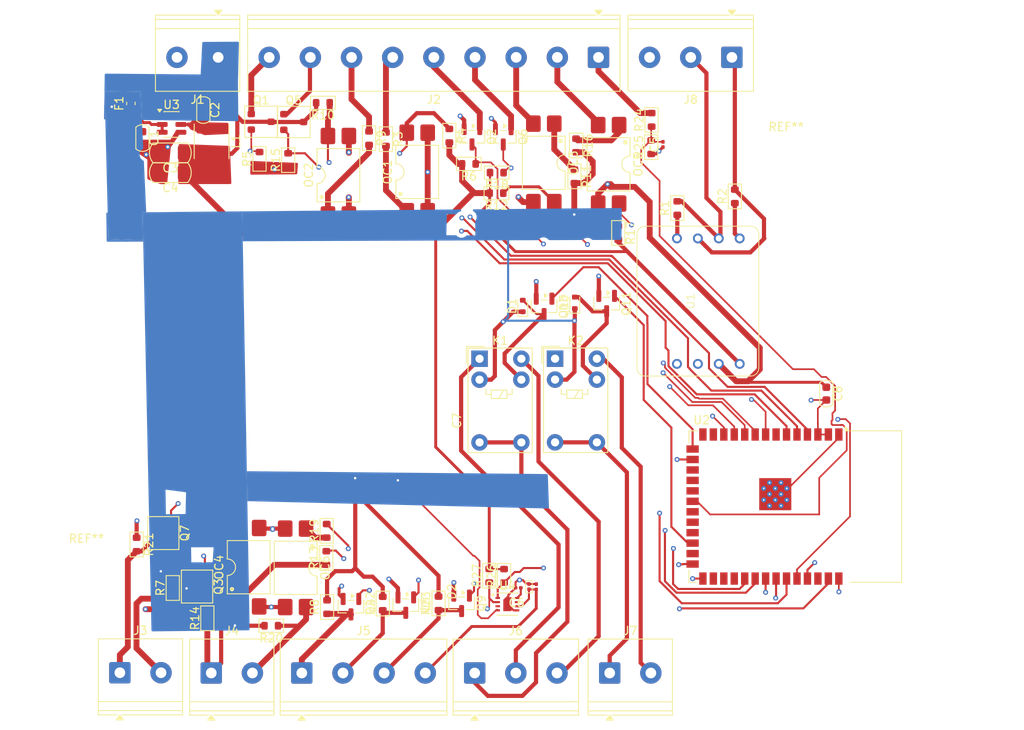
<source format=kicad_pcb>
(kicad_pcb (version 20241229) (generator "pcbnew") (generator_version "9.0")
  (layers (0 "F.Cu" signal) (4 "In1.Cu" signal) (6 "In2.Cu" signal) (2 "B.Cu" signal) (13 "F.Paste" user) (15 "B.Paste" user) (5 "F.SilkS" user "F.Silkscreen") (7 "B.SilkS" user "B.Silkscreen") (1 "F.Mask" user) (3 "B.Mask" user) (25 "Edge.Cuts" user))
  (net 0 "")
  (net 1 "GND")
  (net 2 "/board-plc4uni/INPUT-0-10V/ADC_IN_3V3")
  (net 3 "/board-plc4uni/OUT-0-10V")
  (net 4 "Net-(U4-V5V)")
  (net 5 "/board-plc4uni/IN-PNP-2")
  (net 6 "Net-(D1-A)")
  (net 7 "VCC")
  (net 8 "Net-(D3-A)")
  (net 9 "/board-plc4uni/IN-NPN-OPTO-1")
  (net 10 "/board-plc4uni/IN-PNP-OPTO-1")
  (net 11 "/board-plc4uni/IN-NPN-1")
  (net 12 "/board-plc4uni/IN-PNP-OPTO-2")
  (net 13 "/board-plc4uni/IN-NPN-2")
  (net 14 "/board-plc4uni/IN-PNP-1")
  (net 15 "/board-plc4uni/IN-0-10V")
  (net 16 "/board-plc4uni/IN-NPN-OPTO-2")
  (net 17 "/board-plc4uni/OUT-NPN-1")
  (net 18 "/board-plc4uni/OUT-NPN-2")
  (net 19 "/board-plc4uni/OUT-NPN-OPTO-1")
  (net 20 "/board-plc4uni/OUT-NPN-OPTO-2")
  (net 21 "/board-plc4uni/485A")
  (net 22 "/board-plc4uni/485 B")
  (net 23 "/board-plc4uni/OUT-COMMON-2")
  (net 24 "/board-plc4uni/OUT-NO-2")
  (net 25 "/board-plc4uni/OUT-NC")
  (net 26 "/board-plc4uni/OUT-NO-1")
  (net 27 "/board-plc4uni/OUT-COMMON-1")
  (net 28 "/board-plc4uni/input-pnp-opto-1/OUT")
  (net 29 "/board-plc4uni/input-npn-opto-1/OUT")
  (net 30 "/board-plc4uni/input-npn-opto-2/OUT")
  (net 31 "/board-plc4uni/input-pnp-opto-2/OUT")
  (net 32 "/board-plc4uni/OUT-NPN-2/IN")
  (net 34 "/board-plc4uni/output-pnp-1/IN")
  (net 35 "/board-plc4uni/OUT-PNP-1")
  (net 36 "+3.3V")
  (net 37 "/board-plc4uni/OUT-NPN-1/IN")
  (net 38 "/board-plc4uni/output-pnp-2/IN")
  (net 39 "/board-plc4uni/OUT-PNP-2")
  (net 40 "/board-plc4uni/OUT-RELAY-1/IN")
  (net 41 "/board-plc4uni/OUT-RELAY-2/IN")
  (net 42 "/board-plc4uni/input-pnp-1/OUT")
  (net 43 "/board-plc4uni/input-pnp-2/OUT")
  (net 44 "/board-plc4uni/input-npn-1/OUT")
  (net 45 "/board-plc4uni/input-npn-2/OUT")
  (net 46 "/board-plc4uni/OUT-PNP-3")
  (net 47 "/board-plc4uni/output-pnp-3/IN")
  (net 48 "/board-plc4uni/output-npn-opto-1/IN")
  (net 49 "/board-plc4uni/output-npn-opto-2/IN")
  (net 50 "/board-plc4uni/OUTPUT-0-10V/SCL")
  (net 51 "/board-plc4uni/OUTPUT-0-10V/SDA")
  (net 52 "/board-plc4uni/RS485/UART_RX")
  (net 53 "/board-plc4uni/RS485/UART_TX")
  (net 54 "Net-(U3-BST)")
  (net 58 "Net-(OC1-Pad1)")
  (net 59 "Net-(OC2-Pad1)")
  (net 60 "Net-(OC3-Pad1)")
  (net 61 "Net-(OC4-Pad1)")
  (net 62 "Net-(OC5-Pad1)")
  (net 63 "Net-(OC6-Pad1)")
  (net 64 "Net-(U1-VO)")
  (net 65 "Net-(U1-RGND)")
  (net 66 "/board-plc4uni/source protection/SW")
  (net 67 "/board-plc4uni/source protection/INEN")
  (footprint "Resistor_SMD_AKL:R_0603_1608Metric" (layer "F.Cu") (at 156.522033 113.4098 90)
    (property "Reference" "R27")
    (property "Value" "4.7K" (hide yes))
  )
  (footprint "Resistor_SMD_AKL:R_0603_1608Metric" (layer "F.Cu") (at 141.922033 60.2648 -90)
    (property "Reference" "R9")
    (property "Value" "2.4k" (hide yes))
  )
  (footprint "Package_TO_SOT_SMD:SOT-23" (layer "F.Cu") (at 146.382033 116.9798 -90)
    (property "Reference" "Q8")
    (property "Value" "DTC123Y")
  )
  (footprint "Package_DIP_AKL:SMDIP-4_W9.53mm" (layer "F.Cu") (at 127.302033 112.3798 90)
    (property "Reference" "OC4")
    (property "Value" "FOD817S" (hide yes))
  )
  (footprint "Diode_SMD:D_SOD-523" (layer "F.Cu") (at 166.912033 80.2698 90)
    (property "Reference" "D3")
    (property "Value" "1N4148WT")
  )
  (footprint "Resistor_SMD_AKL:R_0603_1608Metric" (layer "F.Cu") (at 151.672033 59.9648 -90)
    (property "Reference" "R4")
    (property "Value" "2.4k" (hide yes))
  )
  (footprint "Diode_SMD_AKL:D_0201_0603Metric_TVS" (layer "F.Cu") (at 161.342033 114.7398 90)
    (property "Reference" "D2")
    (property "Value" "TVA" (hide yes))
  )
  (footprint "Inductor_SMD:L_APV_ANR4030" (layer "F.Cu") (at 122.792033 60.6498 -90)
    (property "Reference" "L1")
    (property "Value" "ANR4030T6R8M")
  )
  (footprint "Package_TO_SOT_SMD:SOT-23" (layer "F.Cu") (at 158.222033 60.1023 -90)
    (property "Reference" "Q6")
    (property "Value" "DTC123E")
  )
  (footprint "TerminalBlock_Phoenix:TerminalBlock_Phoenix_PT-1,5-9-5.0-H_1x09_P5.00mm_Horizontal" (layer "F.Cu") (at 169.792033 50.4498 180)
    (property "Reference" "J2")
    (property "Value" "InPut")
  )
  (footprint "Custom_Footprint:TD321D48H-A" (layer "F.Cu") (at 182.954926 80.466907 90)
    (property "Reference" "U1")
    (property "Value" "TD321D485H-A-LB")
  )
  (footprint "Package_DIP_AKL:SMDIP-4_W9.53mm" (layer "F.Cu") (at 163.147033 63.2648 -90)
    (property "Reference" "OC3")
    (property "Value" "FOD817S" (hide yes))
  )
  (footprint "Capacitor_SMD_AKL:C_0603_1608Metric" (layer "F.Cu") (at 121.792033 56.8498 -90)
    (property "Reference" "C2")
    (property "Value" "100nF" (hide yes))
  )
  (footprint "Capacitor_SMD_AKL:C_0603_1608Metric" (layer "F.Cu") (at 197.462033 91.2948 -90)
    (property "Reference" "C8")
    (property "Value" "1uF" (hide yes))
  )
  (footprint "TerminalBlock_Phoenix:TerminalBlock_Phoenix_PT-1,5-2-5.0-H_1x02_P5.00mm_Horizontal" (layer "F.Cu") (at 123.592033 50.4498 180)
    (property "Reference" "J1")
    (property "Value" "Power")
  )
  (footprint "Resistor_SMD_AKL:R_0603_1608Metric" (layer "F.Cu") (at 122.277033 118.5798 90)
    (property "Reference" "R14")
    (property "Value" "2.4k" (hide yes))
  )
  (footprint "TerminalBlock_Phoenix:TerminalBlock_Phoenix_PT-1,5-4-5.0-H_1x04_P5.00mm_Horizontal" (layer "F.Cu") (at 133.752033 125.2298)
    (property "Reference" "J5")
    (property "Value" "Out-PNP_0-10v")
  )
  (footprint "Resistor_SMD_AKL:R_0603_1608Metric" (layer "F.Cu") (at 143.582033 116.7898 90)
    (property "Reference" "R22")
    (property "Value" "2.4k" (hide yes))
  )
  (footprint "Package_TO_SOT_SMD:SOT-23" (layer "F.Cu") (at 139.722033 117.1723 -90)
    (property "Reference" "Q4")
    (property "Value" "DTC123Y")
  )
  (footprint "Package_TO_SOT_SMD_AKL:SC-59" (layer "F.Cu") (at 128.817033 58.2748)
    (property "Reference" "Q1")
    (property "Value" "DTA143E" (hide yes))
  )
  (footprint "Capacitor_SMD:C_0201_0603Metric" (layer "F.Cu") (at 160.032033 114.8798 180)
    (property "Reference" "C6")
    (property "Value" "1uF")
  )
  (footprint "Resistor_SMD_AKL:R_0603_1608Metric" (layer "F.Cu") (at 118.077033 114.9048 90)
    (property "Reference" "R7")
    (property "Value" "2.4k" (hide yes))
  )
  (footprint "Relay_THT:Relay_SPDT_Omron_G5V-1" (layer "F.Cu") (at 164.514533 87.0523)
    (property "Reference" "K2")
    (property "Value" "G5V-1")
  )
  (footprint "Resistor_SMD_AKL:R_0603_1608Metric" (layer "F.Cu") (at 172.192033 71.7798 -90)
    (property "Reference" "R17")
    (property "Value" "2.4k" (hide yes))
  )
  (footprint "Resistor_SMD_AKL:R_0603_1608Metric" (layer "F.Cu") (at 143.972033 60.3898 -90)
    (property "Reference" "R3")
    (property "Value" "2.4k" (hide yes))
  )
  (footprint "RF_Module:ESP32-S3-WROOM-1" (layer "F.Cu") (at 193.722033 105.0098 -90)
    (property "Reference" "U2")
    (property "Value" "ESP32-S3-WROOM-1")
  )
  (footprint "Resistor_SMD_AKL:R_0603_1608Metric" (layer "F.Cu") (at 157.437033 64.4498 180)
    (property "Reference" "R18")
    (property "Value" "2.4k" (hide yes))
  )
  (footprint "TerminalBlock_Phoenix:TerminalBlock_Phoenix_PT-1,5-2-5.0-H_1x02_P5.00mm_Horizontal" (layer "F.Cu") (at 122.752033 125.2298)
    (property "Reference" "J4")
    (property "Value" "OutNPNOcto")
  )
  (footprint "Capacitor_SMD:C_0201_0603Metric" (layer "F.Cu") (at 162.232033 114.7598 -90)
    (property "Reference" "C7")
    (property "Value" "0.1uF")
  )
  (footprint "Package_DIP_AKL:SMDIP-4_W9.53mm" (layer "F.Cu") (at 171.022033 63.4398 -90)
    (property "Reference" "OC5")
    (property "Value" "FOD817S" (hide yes))
  )
  (footprint "Resistor_SMD_AKL:R_0603_1608Metric" (layer "F.Cu") (at 113.689533 109.6173 -90)
    (property "Reference" "R21")
    (property "Value" "2.4k" (hide yes))
  )
  (footprint "Resistor_SMD_AKL:R_0603_1608Metric" (layer "F.Cu") (at 186.352033 67.3348 90)
    (property "Reference" "R2")
    (property "Value" "47K" (hide yes))
  )
  (footprint "Package_TO_SOT_SMD_AKL:SC-59" (layer "F.Cu") (at 121.027033 114.7298 -90)
    (property "Reference" "Q3")
    (property "Value" "DTA143E" (hide yes))
  )
  (footprint "Resistor_SMD_AKL:R_0603_1608Metric" (layer "F.Cu") (at 154.047033 63.3898 180)
    (property "Reference" "R6")
    (property "Value" "2.4k" (hide yes))
  )
  (footprint "TerminalBlock_Phoenix:TerminalBlock_Phoenix_PT-1,5-2-5.0-H_1x02_P5.00mm_Horizontal" (layer "F.Cu") (at 171.152033 125.2298)
    (property "Reference" "J7")
    (property "Value" "Relay2")
  )
  (footprint "Resistor_SMD_AKL:R_0603_1608Metric" (layer "F.Cu") (at 157.397033 66.9398 180)
    (property "Reference" "R12")
    (property "Value" "2.4k" (hide yes))
  )
  (footprint "Package_TO_SOT_SMD:SOT-23" (layer "F.Cu") (at 154.422033 60.0898 -90)
    (property "Reference" "Q2")
    (property "Value" "DTC123E")
  )
  (footprint "Resistor_SMD_AKL:R_0603_1608Metric" (layer "F.Cu") (at 132.092033 62.9248 90)
    (property "Reference" "R15")
    (property "Value" "2.4k" (hide yes))
  )
  (footprint "Resistor_SMD_AKL:R_0603_1608Metric" (layer "F.Cu") (at 158.322033 113.4298 90)
    (property "Reference" "R26")
    (property "Value" "4.7K" (hide yes))
  )
  (footprint "Resistor_SMD_AKL:R_0603_1608Metric" (layer "F.Cu") (at 176.242033 58.0398 90)
    (property "Reference" "R24")
    (property "Value" "20K" (hide yes))
  )
  (footprint "Resistor_SMD_AKL:R_0603_1608Metric" (layer "F.Cu") (at 179.362033 68.7598 90)
    (property "Reference" "R1")
    (property "Value" "47K" (hide yes))
  )
  (footprint "TerminalBlock_Phoenix:TerminalBlock_Phoenix_PT-1,5-3-5.0-H_1x03_P5.00mm_Horizontal" (layer "F.Cu") (at 154.752033 125.2298)
    (property "Reference" "J6")
    (property "Value" "OutPNP")
  )
  (footprint "Resistor_SMD_AKL:R_0603_1608Metric" (layer "F.Cu") (at 136.772033 107.9598 90)
    (property "Reference" "R19")
    (property "Value" "2.4k" (hide yes))
  )
  (footprint "Package_TO_SOT_SMD:SOT-23" (layer "F.Cu") (at 153.164533 116.7698 -90)
    (property "Reference" "Q9")
    (property "Value" "DTC123Y")
  )
  (footprint "Resistor_SMD_AKL:R_0603_1608Metric" (layer "F.Cu") (at 128.617033 62.7748 90)
    (property "Reference" "R5")
    (property "Value" "2.4k" (hide yes))
  )
  (footprint "Package_TO_SOT_SMD_AKL:SC-59" (layer "F.Cu") (at 132.767033 58.2998)
    (property "Reference" "Q5")
    (property "Value" "DTA143E" (hide yes))
  )
  (footprint "Resistor_SMD_AKL:R_0603_1608Metric" (layer "F.Cu") (at 176.192033 61.3598 90)
    (property "Reference" "R25")
    (property "Value" "10K" (hide yes))
  )
  (footprint "Package_TO_SOT_SMD:SOT-23" (layer "F.Cu") (at 163.182033 80.6973 -90)
    (property "Reference" "Q10")
    (property "Value" "DTC123E")
  )
  (footprint "Resistor_SMD_AKL:R_0603_1608Metric" (layer "F.Cu") (at 136.732033 111.2598 90)
    (property "Reference" "R13")
    (property "Value" "2.4k" (hide yes))
  )
  (footprint "TerminalBlock_Phoenix:TerminalBlock_Phoenix_PT-1,5-3-5.0-H_1x03_P5.00mm_Horizontal" (layer "F.Cu") (at 185.992033 50.4498 180)
    (property "Reference" "J8")
    (property "Value" "RS485")
  )
  (footprint "Relay_THT:Relay_SPDT_Omron_G5V-1" (layer "F.Cu") (at 155.342033 87.0598)
    (property "Reference" "K1")
    (property "Value" "G5V-1")
  )
  (footprint "Package_DIP_AKL:SMDIP-4_W9.53mm" (layer "F.Cu") (at 147.772033 64.3648 90)
    (property "Reference" "OC1")
    (property "Value" "FOD817S" (hide yes))
  )
  (footprint "Resistor_SMD_AKL:R_0603_1608Metric" (layer "F.Cu") (at 150.362033 116.7698 90)
    (property "Reference" "R23")
    (property "Value" "2.4k" (hide yes))
  )
  (footprint "Resistor_SMD_AKL:R_0603_1608Metric" (layer "F.Cu") (at 130.042033 119.4898 180)
    (property "Reference" "R20")
    (property "Value" "2.4k" (hide yes))
  )
  (footprint "Package_TO_SOT_SMD_AKL:SC-59" (layer "F.Cu") (at 116.919533 108.2373 -90)
    (property "Reference" "Q7")
    (property "Value" "DTA143E" (hide yes))
  )
  (footprint "Resistor_SMD_AKL:R_0603_1608Metric" (layer "F.Cu") (at 136.822033 117.2198 90)
    (property "Reference" "R8")
    (property "Value" "2.4k" (hide yes))
  )
  (footprint "Capacitor_SMD:C_0201_0603Metric" (layer "F.Cu") (at 177.622033 61.0298 90)
    (property "Reference" "C5")
    (property "Value" "0.1uF")
  )
  (footprint "Package_TO_SOT_SMD:TSOT-23-6" (layer "F.Cu") (at 117.929533 58.5998)
    (property "Reference" "U3")
    (property "Value" "AP63203WU")
  )
  (footprint "MountingHole:MountingHole_3.2mm_M3" (layer "F.Cu") (at 192.592033 63.0498)
    (property "Reference" "REF**")
    (property "Value" "MountingHole_3.2mm_M3")
  )
  (footprint "MountingHole:MountingHole_3.2mm_M3" (layer "F.Cu") (at 107.592033 113.0498)
    (property "Reference" "REF**")
    (property "Value" "MountingHole_3.2mm_M3")
  )
  (footprint "Resistor_SMD_AKL:R_0603_1608Metric" (layer "F.Cu") (at 167.067033 61.1498 -90)
    (property "Reference" "R16")
    (property "Value" "2.4k" (hide yes))
  )
  (footprint "Package_TO_SOT_SMD:SOT-23" (layer "F.Cu") (at 170.782033 80.3573 -90)
    (property "Reference" "Q11")
    (property "Value" "DTC123E")
  )
  (footprint "Resistor_SMD_AKL:R_0603_1608Metric" (layer "F.Cu") (at 136.317033 55.9748 180)
    (property "Reference" "R10")
    (property "Value" "2.4k" (hide yes))
  )
  (footprint "Package_DIP_AKL:SMDIP-4_W9.53mm" (layer "F.Cu") (at 138.197033 64.7648 90)
    (property "Reference" "OC2")
    (property "Value" "FOD817S" (hide yes))
  )
  (footprint "Sensor_Humidity:Sensirion_DFN-8-1EP_2.5x2.5mm_P0.5mm_EP1.1x1.7mm" (layer "F.Cu") (at 158.727033 116.8698)
    (property "Reference" "U4")
    (property "Value" "~")
  )
  (footprint "Resistor_SMD_AKL:R_0603_1608Metric" (layer "F.Cu") (at 166.867033 64.8998 -90)
    (property "Reference" "R11")
    (property "Value" "2.4k" (hide yes))
  )
  (footprint "Capacitor_SMD_AKL:C_0603_1608Metric" (layer "F.Cu") (at 114.392033 60.2498 -90)
    (property "Reference" "C1")
    (property "Value" "10uF" (hide yes))
  )
  (footprint "Capacitor_SMD_AKL:C_1206_3216Metric" (layer "F.Cu") (at 117.792033 64.4498 180)
    (property "Reference" "C4")
    (property "Value" "22uF" (hide yes))
  )
  (footprint "Fuse:Fuse_0603_1608Metric" (layer "F.Cu") (at 112.992033 56.0498 90)
    (property "Reference" "F1")
    (property "Value" "Fuse")
  )
  (footprint "TerminalBlock_Phoenix:TerminalBlock_Phoenix_PT-1,5-2-5.0-H_1x02_P5.00mm_Horizontal" (layer "F.Cu") (at 111.652033 125.1973)
    (property "Reference" "J3")
    (property "Value" "OUTNPN")
  )
  (footprint "Capacitor_SMD_AKL:C_1206_3216Metric" (layer "F.Cu") (at 117.792033 62.0498 180)
    (property "Reference" "C3")
    (property "Value" "22uF" (hide yes))
  )
  (footprint "Package_DIP_AKL:SMDIP-4_W9.53mm" (layer "F.Cu") (at 133.002033 112.4548 -90)
    (property "Reference" "OC6")
    (property "Value" "FOD817S" (hide yes))
  )
  (footprint "Diode_SMD:D_SOD-523" (layer "F.Cu") (at 160.592033 80.6498 90)
    (property "Reference" "D1")
    (property "Value" "1N4148WT")
  )
  (segment (start 130.052033 117.2198) (end 128.647033 117.2198) (width 0.508) (layer "F.Cu") (net 1))
  (segment (start 131.732033 117.2198) (end 130.052033 117.2198) (width 0.508) (layer "F.Cu") (net 1))
  (segment (start 152.984533 57.5773) (end 152.972033 57.5648) (width 0.508) (layer "F.Cu") (net 1))
  (segment (start 176.192033 62.1848) (end 176.787033 62.1848) (width 0.3556) (layer "F.Cu") (net 1))
  (segment (start 152.222033 114.2398) (end 152.214533 114.2473) (width 0.508) (layer "F.Cu") (net 1))
  (segment (start 169.752033 68.2048) (end 169.752033 66.9898) (width 0.7112) (layer "F.Cu") (net 1))
  (segment (start 130.202033 107.6898) (end 128.647033 107.6898) (width 0.508) (layer "F.Cu") (net 1))
  (segment (start 198.982033 96.2598) (end 198.982033 96.6598) (width 0.2) (layer "F.Cu") (net 1))
  (segment (start 159.477033 117.6198) (end 158.727033 116.8698) (width 0.254) (layer "F.Cu") (net 1))
  (segment (start 171.222033 66.1798) (end 170.892033 65.8498) (width 0.7112) (layer "F.Cu") (net 1))
  (segment (start 161.342033 114.4198) (end 161.274033 114.3518) (width 0.254) (layer "F.Cu") (net 1))
  (segment (start 131.942033 63.5998) (end 132.092033 63.7498) (width 0.508) (layer "F.Cu") (net 1))
  (segment (start 170.892033 65.8498) (end 171.262033 65.8498) (width 0.7112) (layer "F.Cu") (net 1))
  (segment (start 176.012033 72.3598) (end 176.012033 68.0098) (width 0.7112) (layer "F.Cu") (net 1))
  (segment (start 198.982033 115.3598) (end 198.992033 115.3698) (width 0.2) (layer "F.Cu") (net 1))
  (segment (start 176.012033 68.0098) (end 174.182033 66.1798) (width 0.7112) (layer "F.Cu") (net 1))
  (segment (start 139.467033 62.0348) (end 139.472033 62.0398) (width 0.7112) (layer "F.Cu") (net 1))
  (segment (start 159.712033 114.8798) (end 158.852033 115.7398) (width 0.254) (layer "F.Cu") (net 1))
  (segment (start 171.262033 65.8498) (end 171.572033 66.1598) (width 0.7112) (layer "F.Cu") (net 1))
  (segment (start 145.432033 116.0423) (end 145.432033 114.9198) (width 0.508) (layer "F.Cu") (net 1))
  (segment (start 156.772033 57.8648) (end 156.697033 57.7898) (width 0.3556) (layer "F.Cu") (net 1))
  (segment (start 158.727033 116.0148) (end 158.727033 116.8698) (width 0.254) (layer "F.Cu") (net 1))
  (segment (start 162.232033 77.6798) (end 162.182033 77.6298) (width 0.508) (layer "F.Cu") (net 1))
  (segment (start 159.992033 113.9398) (end 159.712033 114.2198) (width 0.254) (layer "F.Cu") (net 1))
  (segment (start 139.467033 69.5298) (end 139.467033 67.4598) (width 0.7112) (layer "F.Cu") (net 1))
  (segment (start 116.327033 117.4798) (end 118.077033 115.7298) (width 0.7112) (layer "F.Cu") (net 1))
  (segment (start 149.042033 59.5998) (end 149.042033 64.3898) (width 0.7112) (layer "F.Cu") (net 1))
  (segment (start 128.647033 117.2198) (end 128.572033 117.1448) (width 0.508) (layer "F.Cu") (net 1))
  (segment (start 158.852033 115.7398) (end 158.852033 115.8898) (width 0.254) (layer "F.Cu") (net 1))
  (segment (start 159.902033 117.6198) (end 159.477033 117.6198) (width 0.254) (layer "F.Cu") (net 1))
  (segment (start 160.632033 68.0298) (end 161.877033 68.0298) (width 0.7112) (layer "F.Cu") (net 1))
  (segment (start 196.862033 89.9198) (end 186.642033 89.9198) (width 0.3556) (layer "F.Cu") (net 1))
  (segment (start 153.472033 59.1523) (end 153.472033 58.0648) (width 0.508) (layer "F.Cu") (net 1))
  (segment (start 160.994033 114.3518) (end 160.582033 113.9398) (width 0.254) (layer "F.Cu") (net 1))
  (segment (start 149.042033 64.3898) (end 149.042033 69.1298) (width 0.7112) (layer "F.Cu") (net 1))
  (segment (start 187.942033 89.7898) (end 189.382033 88.3498) (width 0.7112) (layer "F.Cu") (net 1))
  (segment (start 145.432033 114.9198) (end 144.332033 113.8198) (width 0.508) (layer "F.Cu") (net 1))
  (segment (start 157.272033 59.1648) (end 157.272033 58.3648) (width 0.3556) (layer "F.Cu") (net 1))
  (segment (start 192.832033 102.8098) (end 192.662033 102.8098) (width 0.2) (layer "F.Cu") (net 1))
  (segment (start 113.689533 106.7873) (end 113.729533 106.7473) (width 0.508) (layer "F.Cu") (net 1))
  (segment (start 153.472033 58.0648) (end 152.984533 57.5773) (width 0.508) (layer "F.Cu") (net 1))
  (segment (start 162.232033 79.7598) (end 162.232033 77.6798) (width 0.508) (layer "F.Cu") (net 1))
  (segment (start 131.732033 107.6898) (end 130.202033 107.6898) (width 0.508) (layer "F.Cu") (net 1))
  (segment (start 160.582033 113.9398) (end 160.202033 113.9398) (width 0.254) (layer "F.Cu") (net 1))
  (segment (start 189.382033 88.3498) (end 189.382033 85.7298) (width 0.7112) (layer "F.Cu") (net 1))
  (segment (start 160.067033 67.3998) (end 160.067033 67.4648) (width 0.7112) (layer "F.Cu") (net 1))
  (segment (start 157.272033 58.3648) (end 156.772033 57.8648) (width 0.3556) (layer "F.Cu") (net 1))
  (segment (start 113.689533 108.7923) (end 113.689533 106.7873) (width 0.508) (layer "F.Cu") (net 1))
  (segment (start 158.852033 115.8898) (end 158.727033 116.0148) (width 0.254) (layer "F.Cu") (net 1))
  (segment (start 177.132033 61.8398) (end 177.622033 61.3498) (width 0.3556) (layer "F.Cu") (net 1))
  (segment (start 186.512033 89.7898) (end 187.942033 89.7898) (width 0.7112) (layer "F.Cu") (net 1))
  (segment (start 161.342033 114.4198) (end 162.212033 114.4198) (width 0.254) (layer "F.Cu") (net 1))
  (segment (start 162.212033 114.4198) (end 162.232033 114.4398) (width 0.254) (layer "F.Cu") (net 1))
  (segment (start 139.467033 59.9998) (end 139.467033 61.9898) (width 0.7112) (layer "F.Cu") (net 1))
  (segment (start 128.647033 107.6898) (end 128.572033 107.6148) (width 0.508) (layer "F.Cu") (net 1))
  (segment (start 176.787033 62.1848) (end 177.132033 61.8398) (width 0.3556) (layer "F.Cu") (net 1))
  (segment (start 161.274033 114.3518) (end 160.994033 114.3518) (width 0.254) (layer "F.Cu") (net 1))
  (segment (start 138.282033 115.7448) (end 138.282033 114.9798) (width 0.3556) (layer "F.Cu") (net 1))
  (segment (start 198.982033 113.7598) (end 198.982033 115.3598) (width 0.2) (layer "F.Cu") (net 1))
  (segment (start 160.202033 113.9398) (end 159.992033 113.9398) (width 0.254) (layer "F.Cu") (net 1))
  (segment (start 138.772033 116.2348) (end 138.282033 115.7448) (width 0.3556) (layer "F.Cu") (net 1))
  (segment (start 169.832033 79.4198) (end 169.832033 77.0298) (width 0.508) (layer "F.Cu") (net 1))
  (segment (start 186.642033 89.9198) (end 184.402033 87.6798) (width 0.3556) (layer "F.Cu") (net 1))
  (segment (start 159.712033 114.2198) (end 159.712033 114.8798) (width 0.254) (layer "F.Cu") (net 1))
  (segment (start 198.982033 96.6598) (end 192.832033 102.8098) (width 0.2) (layer "F.Cu") (net 1))
  (segment (start 152.214533 114.2473) (end 152.214533 115.8323) (width 0.508) (layer "F.Cu") (net 1))
  (segment (start 160.067033 67.4648) (end 160.632033 68.0298) (width 0.7112) (layer "F.Cu") (net 1))
  (segment (start 189.382033 85.7298) (end 176.012033 72.3598) (width 0.7112) (layer "F.Cu") (net 1))
  (segment (start 197.462033 90.5198) (end 196.862033 89.9198) (width 0.3556) (layer "F.Cu") (net 1))
  (segment (start 139.467033 61.9898) (end 139.467033 62.0348) (width 0.7112) (layer "F.Cu") (net 1))
  (segment (start 169.832033 77.0298) (end 169.822033 77.0198) (width 0.508) (layer "F.Cu") (net 1))
  (segment (start 114.759533 117.4798) (end 116.327033 117.4798) (width 0.7112) (layer "F.Cu") (net 1))
  (segment (start 174.182033 66.1798) (end 171.222033 66.1798) (width 0.7112) (layer "F.Cu") (net 1))
  (segment (start 138.282033 114.9798) (end 138.592033 114.6698) (width 0.3556) (layer "F.Cu") (net 1))
  (segment (start 169.752033 66.9898) (end 170.892033 65.8498) (width 0.7112) (layer "F.Cu") (net 1))
  (segment (start 139.467033 67.4598) (end 139.447033 67.4398) (width 0.7112) (layer "F.Cu") (net 1))
  (segment (start 184.402033 87.6798) (end 186.512033 89.7898) (width 0.7112) (layer "F.Cu") (net 1))
  (via (at 139.447033 67.4398) (size 0.6) (drill 0.3) (layers "F.Cu" "B.Cu") (net 1))
  (via (at 130.442033 64.0498) (size 0.6) (drill 0.3) (layers "F.Cu" "B.Cu") (net 1))
  (via (at 160.067033 67.3998) (size 0.6) (drill 0.3) (layers "F.Cu" "B.Cu") (net 1))
  (via (at 149.042033 64.3898) (size 0.6) (drill 0.3) (layers "F.Cu" "B.Cu") (net 1))
  (via (at 139.467033 61.9898) (size 0.6) (drill 0.3) (layers "F.Cu" "B.Cu") (net 1))
  (via (at 152.984533 57.5773) (size 0.6) (drill 0.3) (layers "F.Cu" "B.Cu") (net 1))
  (via (at 152.222033 114.2398) (size 0.6) (drill 0.3) (layers "F.Cu" "B.Cu") (net 1))
  (via (at 156.772033 57.8648) (size 0.6) (drill 0.3) (layers "F.Cu" "B.Cu") (net 1))
  (via (at 130.202033 107.6898) (size 0.6) (drill 0.3) (layers "F.Cu" "B.Cu") (net 1))
  (via (at 162.232033 77.6798) (size 0.6) (drill 0.3) (layers "F.Cu" "B.Cu") (net 1))
  (via (at 169.822033 77.0198) (size 0.6) (drill 0.3) (layers "F.Cu" "B.Cu") (net 1))
  (via (at 198.992033 115.3698) (size 0.6) (drill 0.3) (layers "F.Cu" "B.Cu") (net 1))
  (via (at 114.759533 117.4798) (size 0.6) (drill 0.3) (layers "F.Cu" "B.Cu") (net 1))
  (via (at 144.332033 113.8198) (size 0.6) (drill 0.3) (layers "F.Cu" "B.Cu") (net 1))
  (via (at 170.892033 65.8498) (size 0.6) (drill 0.3) (layers "F.Cu" "B.Cu") (net 1))
  (via (at 114.852033 62.2598) (size 0.6) (drill 0.3) (layers "F.Cu" "B.Cu") (net 1))
  (via (at 130.052033 117.2198) (size 0.6) (drill 0.3) (layers "F.Cu" "B.Cu") (net 1))
  (via (at 130.202033 107.8048) (size 0.6) (drill 0.3) (layers "F.Cu" "B.Cu") (net 1))
  (via (at 177.132033 61.8398) (size 0.6) (drill 0.3) (layers "F.Cu" "B.Cu") (net 1))
  (via (at 138.592033 114.6698) (size 0.6) (drill 0.3) (layers "F.Cu" "B.Cu") (net 1))
  (via (at 113.729533 106.7473) (size 0.6) (drill 0.3) (layers "F.Cu" "B.Cu") (net 1))
  (via (at 117.467033 61.3248) (size 0.6) (drill 0.3) (layers "F.Cu" "B.Cu") (net 1))
  (via (at 160.202033 113.9398) (size 0.6) (drill 0.3) (layers "F.Cu" "B.Cu") (net 1))
  (segment (start 199.234239 95.0998) (end 199.223283 95.110756) (width 0.2032) (layer "F.Cu") (net 2))
  (segment (start 181.757233 104.3748) (end 183.352233 105.9698) (width 0.2032) (layer "F.Cu") (net 2))
  (segment (start 177.212033 65.4498) (end 174.982033 63.2198) (width 0.2032) (layer "F.Cu") (net 2))
  (segment (start 183.352233 105.9698) (end 196.602033 105.9698) (width 0.2032) (layer "F.Cu") (net 2))
  (segment (start 198.212033 94.4898) (end 198.212033 93.676594) (width 0.2032) (layer "F.Cu") (net 2))
  (segment (start 196.602033 101.5198) (end 199.941433 98.1804) (width 0.2032) (layer "F.Cu") (net 2))
  (segment (start 199.941433 98.1804) (end 199.941433 95.5692) (width 0.2032) (layer "F.Cu") (net 2))
  (segment (start 198.532033 90.362426) (end 197.439407 89.2698) (width 0.2032) (layer "F.Cu") (net 2))
  (segment (start 174.982033 61.6798) (end 176.127033 60.5348) (width 0.2032) (layer "F.Cu") (net 2))
  (segment (start 181.222033 104.3748) (end 181.757233 104.3748) (width 0.2032) (layer "F.Cu") (net 2))
  (segment (start 195.951421 88.3298) (end 193.412033 88.3298) (width 0.2032) (layer "F.Cu") (net 2))
  (segment (start 176.192033 58.9148) (end 176.242033 58.8648) (width 0.2032) (layer "F.Cu") (net 2))
  (segment (start 177.212033 72.1298) (end 177.212033 65.4498) (width 0.2032) (layer "F.Cu") (net 2))
  (segment (start 177.622033 60.7098) (end 176.367033 60.7098) (width 0.2032) (layer "F.Cu") (net 2))
  (segment (start 199.223283 95.110756) (end 198.221783 95.110756) (width 0.2032) (layer "F.Cu") (net 2))
  (segment (start 198.212033 93.676594) (end 198.532033 93.356594) (width 0.2032) (layer "F.Cu") (net 2))
  (segment (start 198.102033 94.5998) (end 198.212033 94.4898) (width 0.2032) (layer "F.Cu") (net 2))
  (segment (start 193.412033 88.3298) (end 177.212033 72.1298) (width 0.2032) (layer "F.Cu") (net 2))
  (segment (start 198.532033 93.356594) (end 198.532033 90.362426) (width 0.2032) (layer "F.Cu") (net 2))
  (segment (start 174.982033 63.2198) (end 174.982033 61.6798) (width 0.2032) (layer "F.Cu") (net 2))
  (segment (start 199.941433 95.5692) (end 199.472033 95.0998) (width 0.2032) (layer "F.Cu") (net 2))
  (segment (start 176.127033 60.5348) (end 176.192033 60.5348) (width 0.2032) (layer "F.Cu") (net 2))
  (segment (start 196.891421 89.2698) (end 195.951421 88.3298) (width 0.2032) (layer "F.Cu") (net 2))
  (segment (start 198.102033 94.991006) (end 198.102033 94.5998) (width 0.2032) (layer "F.Cu") (net 2))
  (segment (start 198.221783 95.110756) (end 198.102033 94.991006) (width 0.2032) (layer "F.Cu") (net 2))
  (segment (start 176.192033 60.5348) (end 176.192033 58.9148) (width 0.2032) (layer "F.Cu") (net 2))
  (segment (start 196.602033 105.9698) (end 196.602033 101.5198) (width 0.2032) (layer "F.Cu") (net 2))
  (segment (start 199.472033 95.0998) (end 199.234239 95.0998) (width 0.2032) (layer "F.Cu") (net 2))
  (segment (start 197.439407 89.2698) (end 196.891421 89.2698) (width 0.2032) (layer "F.Cu") (net 2))
  (segment (start 176.367033 60.7098) (end 176.192033 60.5348) (width 0.2032) (layer "F.Cu") (net 2))
  (segment (start 161.342033 116.2358) (end 161.342033 115.0598) (width 0.254) (layer "F.Cu") (net 3))
  (segment (start 160.032033 119.5798) (end 162.232033 117.3798) (width 0.3556) (layer "F.Cu") (net 3))
  (segment (start 162.232033 115.0798) (end 161.362033 115.0798) (width 0.254) (layer "F.Cu") (net 3))
  (segment (start 161.362033 115.0798) (end 161.342033 115.0598) (width 0.254) (layer "F.Cu") (net 3))
  (segment (start 154.402033 119.5798) (end 160.032033 119.5798) (width 0.3556) (layer "F.Cu") (net 3))
  (segment (start 160.458033 117.1198) (end 161.342033 116.2358) (width 0.254) (layer "F.Cu") (net 3))
  (segment (start 162.232033 117.3798) (end 162.232033 115.0798) (width 0.3556) (layer "F.Cu") (net 3))
  (segment (start 148.752033 125.2298) (end 154.402033 119.5798) (width 0.3556) (layer "F.Cu") (net 3))
  (segment (start 159.902033 117.1198) (end 160.458033 117.1198) (width 0.254) (layer "F.Cu") (net 3))
  (segment (start 160.352033 115.6698) (end 159.902033 116.1198) (width 0.254) (layer "F.Cu") (net 4))
  (segment (start 160.352033 114.8798) (end 160.352033 115.6698) (width 0.254) (layer "F.Cu") (net 4))
  (segment (start 154.792033 53.1848) (end 154.792033 50.4498) (width 0.7112) (layer "F.Cu") (net 5))
  (segment (start 159.172033 59.1648) (end 159.172033 57.5648) (width 0.7112) (layer "F.Cu") (net 5))
  (segment (start 159.172033 57.5648) (end 154.792033 53.1848) (width 0.7112) (layer "F.Cu") (net 5))
  (segment (start 158.392033 87.5698) (end 160.422033 89.5998) (width 0.508) (layer "F.Cu") (net 6))
  (segment (start 162.277033 81.6348) (end 163.182033 81.6348) (width 0.254) (layer "F.Cu") (net 6))
  (segment (start 158.392033 86.4248) (end 158.392033 87.5698) (width 0.508) (layer "F.Cu") (net 6))
  (segment (start 160.592033 79.9498) (end 162.277033 81.6348) (width 0.254) (layer "F.Cu") (net 6))
  (segment (start 163.182033 81.6348) (end 158.392033 86.4248) (width 0.508) (layer "F.Cu") (net 6))
  (segment (start 112.392033 59.4748) (end 110.667033 57.7498) (width 0.7112) (layer "F.Cu") (net 7))
  (segment (start 157.552033 117.5474) (end 157.552033 117.6198) (width 0.2032) (layer "F.Cu") (net 7))
  (segment (start 122.277033 117.7548) (end 122.277033 117.1798) (width 0.7112) (layer "F.Cu") (net 7))
  (segment (start 136.822033 113.8498) (end 137.812033 112.8598) (width 0.508) (layer "F.Cu") (net 7))
  (segment (start 167.992033 65.7248) (end 166.867033 65.7248) (width 0.7112) (layer "F.Cu") (net 7))
  (segment (start 111.617033 55.4248) (end 111.779533 55.2623) (width 0.7112) (layer "F.Cu") (net 7))
  (segment (start 120.727033 115.9298) (end 119.752033 114.9548) (width 0.7112) (layer "F.Cu") (net 7))
  (segment (start 159.422033 81.3498) (end 158.212033 82.5598) (width 0.508) (layer "F.Cu") (net 7))
  (segment (start 137.812033 112.8598) (end 139.872033 112.8598) (width 0.508) (layer "F.Cu") (net 7))
  (segment (start 155.342033 114.8498) (end 155.122033 115.0698) (width 0.2032) (layer "F.Cu") (net 7))
  (segment (start 145.422033 101.8298) (end 154.587133 110.9949) (width 0.2032) (layer "F.Cu") (net 7))
  (segment (start 140.242033 102.3098) (end 140.242033 104.1398) (width 0.508) (layer "F.Cu") (net 7))
  (segment (start 169.092033 64.6248) (end 167.992033 65.7248) (width 0.7112) (layer "F.Cu") (net 7))
  (segment (start 150.362033 113.4298) (end 140.232033 103.2998) (width 0.508) (layer "F.Cu") (net 7))
  (segment (start 167.967033 61.9748) (end 169.092033 63.0998) (width 0.7112) (layer "F.Cu") (net 7))
  (segment (start 143.582033 114.7698) (end 142.342033 113.5298) (width 0.508) (layer "F.Cu") (net 7))
  (segment (start 140.232033 103.2998) (end 140.232033 101.5598) (width 0.508) (layer "F.Cu") (net 7))
  (segment (start 166.872033 82.4398) (end 166.872033 82.3998) (width 0.508) (layer "F.Cu") (net 7))
  (segment (start 110.667033 56.4498) (end 110.667033 55.4248) (width 0.7112) (layer "F.Cu") (net 7))
  (segment (start 165.928746 89.5923) (end 166.872033 88.649013) (width 0.508) (layer "F.Cu") (net 7))
  (segment (start 156.756246 89.5998) (end 157.202033 89.154013) (width 0.508) (layer "F.Cu") (net 7))
  (segment (start 166.847033 65.7448) (end 166.867033 65.7248) (width 0.7112) (layer "F.Cu") (net 7))
  (segment (start 157.202033 83.5698) (end 158.212033 82.5598) (width 0.508) (layer "F.Cu") (net 7))
  (segment (start 141.282033 113.5298) (end 140.242033 112.4898) (width 0.508) (layer "F.Cu") (net 7))
  (segment (start 167.067033 61.9748) (end 167.967033 61.9748) (width 0.7112) (layer "F.Cu") (net 7))
  (segment (start 143.582033 115.9648) (end 143.582033 114.7698) (width 0.508) (layer "F.Cu") (net 7))
  (segment (start 155.342033 89.5998) (end 156.756246 89.5998) (width 0.508) (layer "F.Cu") (net 7))
  (segment (start 166.847033 69.5398) (end 166.847033 65.7448) (width 0.7112) (layer "F.Cu") (net 7))
  (segment (start 166.872033 88.649013) (end 166.872033 82.4398) (width 0.508) (layer "F.Cu") (net 7))
  (segment (start 157.404433 117.5474) (end 157.552033 117.5474) (width 0.2032) (layer "F.Cu") (net 7))
  (segment (start 156.372033 118.5798) (end 157.404433 117.5474) (width 0.2032) (layer "F.Cu") (net 7))
  (segment (start 155.122033 115.0698) (end 155.122033 118.1598) (width 0.2032) (layer "F.Cu") (net 7))
  (segment (start 166.912033 80.9698) (end 166.912033 82.3998) (width 0.508) (layer "F.Cu") (net 7))
  (segment (start 154.587133 110.9949) (end 154.717133 110.9949) (width 0.2032) (layer "F.Cu") (net 7))
  (segment (start 164.514533 89.5923) (end 165.928746 89.5923) (width 0.508) (layer "F.Cu") (net 7))
  (segment (start 111.779533 55.2623) (end 112.992033 55.2623) (width 0.7112) (layer "F.Cu") (net 7))
  (segment (start 155.542033 118.5798) (end 156.372033 118.5798) (width 0.2032) (layer "F.Cu") (net 7))
  (segment (start 139.872033 112.8598) (end 140.242033 112.4898) (width 0.508) (layer "F.Cu") (net 7))
  (segment (start 116.627033 109.7298) (end 116.919533 109.4373) (width 0.508) (layer "F.Cu") (net 7))
  (segment (start 142.342033 113.5298) (end 141.282033 113.5298) (width 0.508) (layer "F.Cu") (net 7))
  (segment (start 166.912033 82.3998) (end 166.872033 82.4398) (width 0.508) (layer "F.Cu") (net 7))
  (segment (start 110.667033 57.7498) (end 110.667033 56.4498) (width 0.7112) (layer "F.Cu") (net 7))
  (segment (start 116.627033 112.8798) (end 116.627033 109.7298) (width 0.508) (layer "F.Cu") (net 7))
  (segment (start 122.277033 117.1798) (end 121.027033 115.9298) (width 0.7112) (layer "F.Cu") (net 7))
  (segment (start 140.232033 102.2998) (end 140.242033 102.3098) (width 0.508) (layer "F.Cu") (net 7))
  (segment (start 114.392033 59.4748) (end 112.392033 59.4748) (width 0.7112) (layer "F.Cu") (net 7))
  (segment (start 150.362033 115.9448) (end 150.362033 113.4298) (width 0.508) (layer "F.Cu") (net 7))
  (segment (start 140.232033 101.5598) (end 140.232033 102.2998) (width 0.508) (layer "F.Cu") (net 7))
  (segment (start 129.217033 119.4898) (end 125.662033 119.4898) (width 0.508) (layer "F.Cu") (net 7))
  (segment (start 160.592033 81.3498) (end 159.422033 81.3498) (width 0.508) (layer "F.Cu") (net 7))
  (segment (start 125.632033 119.4598) (end 125.592033 119.4198) (width 0.508) (layer "F.Cu") (net 7))
  (segment (start 157.202033 89.154013) (end 157.202033 83.5698) (width 0.508) (layer "F.Cu") (net 7))
  (segment (start 155.122033 118.1598) (end 155.542033 118.5798) (width 0.2032) (layer "F.Cu") (net 7))
  (segment (start 154.717133 110.9949) (end 155.342033 111.6198) (width 0.2032) (layer "F.Cu") (net 7))
  (segment (start 136.822033 116.3948) (end 136.822033 113.8498) (width 0.508) (layer "F.Cu") (net 7))
  (segment (start 110.667033 55.4248) (end 111.617033 55.4248) (width 0.7112) (layer "F.Cu") (net 7))
  (segment (start 125.662033 119.4898) (end 125.632033 119.4598) (width 0.508) (layer "F.Cu") (net 7))
  (segment (start 155.342033 111.6198) (end 155.342033 114.8498) (width 0.2032) (layer "F.Cu") (net 7))
  (segment (start 140.242033 112.4898) (end 140.242033 102.3098) (width 0.508) (layer "F.Cu") (net 7))
  (segment (start 121.027033 115.9298) (end 120.727033 115.9298) (width 0.7112) (layer "F.Cu") (net 7))
  (segment (start 169.092033 63.0998) (end 169.092033 64.6248) (width 0.7112) (layer "F.Cu") (net 7))
  (via (at 145.422033 101.8298) (size 0.6) (drill 0.3) (layers "F.Cu" "B.Cu") (net 7))
  (via (at 125.632033 119.4598) (size 0.6) (drill 0.3) (layers "F.Cu" "B.Cu") (net 7))
  (via (at 166.872033 82.4398) (size 0.6) (drill 0.3) (layers "F.Cu" "B.Cu") (net 7))
  (via (at 116.627033 112.8798) (size 0.6) (drill 0.3) (layers "F.Cu" "B.Cu") (net 7))
  (via (at 119.752033 114.9548) (size 0.6) (drill 0.3) (layers "F.Cu" "B.Cu") (net 7))
  (via (at 166.847033 69.5398) (size 0.6) (drill 0.3) (layers "F.Cu" "B.Cu") (net 7))
  (via (at 140.232033 101.5598) (size 0.6) (drill 0.3) (layers "F.Cu" "B.Cu") (net 7))
  (via (at 158.212033 82.5598) (size 0.6) (drill 0.3) (layers "F.Cu" "B.Cu") (net 7))
  (via (at 110.667033 56.4498) (size 0.6) (drill 0.3) (layers "F.Cu" "B.Cu") (net 7))
  (segment (start 158.812033 81.9598) (end 158.812033 71.3498) (width 0.254) (layer "B.Cu") (net 7))
  (segment (start 166.872033 82.4398) (end 158.332033 82.4398) (width 0.254) (layer "B.Cu") (net 7))
  (segment (start 158.332033 82.4398) (end 158.212033 82.5598) (width 0.254) (layer "B.Cu") (net 7))
  (segment (start 158.212033 82.5598) (end 158.812033 81.9598) (width 0.254) (layer "B.Cu") (net 7))
  (segment (start 170.782033 81.2948) (end 170.782033 82.7398) (width 0.508) (layer "F.Cu") (net 8))
  (segment (start 167.352033 79.5698) (end 169.077033 81.2948) (width 0.508) (layer "F.Cu") (net 8))
  (segment (start 167.892033 87.8898) (end 169.594533 89.5923) (width 0.508) (layer "F.Cu") (net 8))
  (segment (start 170.782033 82.7398) (end 167.892033 85.6298) (width 0.508) (layer "F.Cu") (net 8))
  (segment (start 167.892033 85.6298) (end 167.892033 87.8898) (width 0.508) (layer "F.Cu") (net 8))
  (segment (start 169.077033 81.2948) (end 170.782033 81.2948) (width 0.508) (layer "F.Cu") (net 8))
  (segment (start 166.912033 79.5698) (end 167.352033 79.5698) (width 0.508) (layer "F.Cu") (net 8))
  (segment (start 141.922033 57.6648) (end 139.792033 55.5348) (width 0.7112) (layer "F.Cu") (net 9))
  (segment (start 141.922033 59.4398) (end 141.922033 57.6648) (width 0.7112) (layer "F.Cu") (net 9))
  (segment (start 139.792033 55.5348) (end 139.792033 50.4498) (width 0.7112) (layer "F.Cu") (net 9))
  (segment (start 161.877033 58.3698) (end 159.792033 56.2848) (width 0.7112) (layer "F.Cu") (net 10))
  (segment (start 159.792033 56.2848) (end 159.792033 50.4498) (width 0.7112) (layer "F.Cu") (net 10))
  (segment (start 159.792033 51.1998) (end 159.792033 50.4498) (width 0.7112) (layer "F.Cu") (net 10))
  (segment (start 161.877033 58.4998) (end 161.877033 58.3698) (width 0.7112) (layer "F.Cu") (net 10))
  (segment (start 127.617033 52.6248) (end 129.792033 50.4498) (width 0.7112) (layer "F.Cu") (net 11))
  (segment (start 127.617033 57.3248) (end 127.617033 52.6248) (width 0.7112) (layer "F.Cu") (net 11))
  (segment (start 164.792033 53.4248) (end 164.792033 50.4498) (width 0.7112) (layer "F.Cu") (net 12))
  (segment (start 169.752033 58.6748) (end 169.752033 58.3848) (width 0.7112) (layer "F.Cu") (net 12))
  (segment (start 169.752033 58.3848) (end 164.792033 53.4248) (width 0.7112) (layer "F.Cu") (net 12))
  (segment (start 131.892033 57.3998) (end 134.742033 54.5498) (width 0.508) (layer "F.Cu") (net 13))
  (segment (start 134.742033 50.4998) (end 134.792033 50.4498) (width 0.508) (layer "F.Cu") (net 13))
  (segment (start 134.742033 54.5498) (end 134.742033 50.4998) (width 0.508) (layer "F.Cu") (net 13))
  (segment (start 149.792033 51.6248) (end 149.792033 50.4498) (width 0.7112) (layer "F.Cu") (net 14))
  (segment (start 155.372033 59.1523) (end 155.372033 57.2048) (width 0.7112) (layer "F.Cu") (net 14))
  (segment (start 155.372033 57.2048) (end 149.792033 51.6248) (width 0.7112) (layer "F.Cu") (net 14))
  (segment (start 176.242033 57.2148) (end 174.857033 57.2148) (width 0.7112) (layer "F.Cu") (net 15))
  (segment (start 174.857033 57.2148) (end 169.792033 52.1498) (width 0.7112) (layer "F.Cu") (net 15))
  (segment (start 169.792033 52.1498) (end 169.792033 50.4498) (width 0.7112) (layer "F.Cu") (net 15))
  (segment (start 143.972033 59.5648) (end 143.972033 54.7148) (width 0.7112) (layer "F.Cu") (net 16))
  (segment (start 143.972033 51.2698) (end 144.792033 50.4498) (width 0.7112) (layer "F.Cu") (net 16))
  (segment (start 143.972033 54.7148) (end 143.972033 51.2698) (width 0.7112) (layer "F.Cu") (net 16))
  (segment (start 115.969533 108.7673) (end 114.294533 110.4423) (width 0.508) (layer "F.Cu") (net 17))
  (segment (start 112.619533 111.5123) (end 112.619533 122.0573) (width 0.7112) (layer "F.Cu") (net 17))
  (segment (start 113.689533 110.4423) (end 112.619533 111.5123) (width 0.7112) (layer "F.Cu") (net 17))
  (segment (start 114.294533 110.4423) (end 113.689533 110.4423) (width 0.508) (layer "F.Cu") (net 17))
  (segment (start 115.969533 107.0373) (end 115.969533 108.7673) (width 0.508) (layer "F.Cu") (net 17))
  (segment (start 111.652033 123.0248) (end 112.619533 122.0573) (width 0.7112) (layer "F.Cu") (net 17))
  (segment (start 111.652033 125.1973) (end 111.652033 123.0248) (width 0.7112) (layer "F.Cu") (net 17))
  (segment (start 115.889833 115.842) (end 115.527033 116.2048) (width 0.7112) (layer "F.Cu") (net 18))
  (segment (start 113.669533 116.7973) (end 113.669533 122.2148) (width 0.7112) (layer "F.Cu") (net 18))
  (segment (start 118.977033 113.2798) (end 119.827033 113.2798) (width 0.7112) (layer "F.Cu") (net 18))
  (segment (start 115.527033 116.2048) (end 114.262033 116.2048) (width 0.7112) (layer "F.Cu") (net 18))
  (segment (start 118.077033 114.0798) (end 118.177033 114.0798) (width 0.7112) (layer "F.Cu") (net 18))
  (segment (start 119.827033 113.2798) (end 120.077033 113.5298) (width 0.7112) (layer "F.Cu") (net 18))
  (segment (start 115.929879 115.842) (end 115.889833 115.842) (width 0.7112) (layer "F.Cu") (net 18))
  (segment (start 118.077033 114.0798) (end 117.464233 114.0798) (width 0.7112) (layer "F.Cu") (net 18))
  (segment (start 114.262033 116.2048) (end 113.669533 116.7973) (width 0.7112) (layer "F.Cu") (net 18))
  (segment (start 113.669533 122.2148) (end 116.652033 125.1973) (width 0.7112) (layer "F.Cu") (net 18))
  (segment (start 118.177033 114.0798) (end 118.977033 113.2798) (width 0.7112) (layer "F.Cu") (net 18))
  (segment (start 117.464233 114.307646) (end 115.929879 115.842) (width 0.7112) (layer "F.Cu") (net 18))
  (segment (start 117.464233 114.0798) (end 117.464233 114.307646) (width 0.7112) (layer "F.Cu") (net 18))
  (segment (start 123.952033 109.6948) (end 123.952033 124.0298) (width 0.508) (layer "F.Cu") (net 19))
  (segment (start 122.277033 124.7548) (end 122.752033 125.2298) (width 0.7112) (layer "F.Cu") (net 19))
  (segment (start 122.277033 119.4048) (end 122.277033 124.7548) (width 0.7112) (layer "F.Cu") (net 19))
  (segment (start 126.032033 107.6148) (end 123.952033 109.6948) (width 0.508) (layer "F.Cu") (net 19))
  (segment (start 123.952033 124.0298) (end 122.752033 125.2298) (width 0.508) (layer "F.Cu") (net 19))
  (segment (start 134.272033 118.7098) (end 133.492033 119.4898) (width 0.508) (layer "F.Cu") (net 20))
  (segment (start 134.272033 118.7098) (end 134.272033 117.2198) (width 0.7112) (layer "F.Cu") (net 20))
  (segment (start 133.492033 119.4898) (end 130.867033 119.4898) (width 0.508) (layer "F.Cu") (net 20))
  (segment (start 127.752033 125.2298) (end 134.272033 118.7098) (width 0.7112) (layer "F.Cu") (net 20))
  (segment (start 182.902033 67.5198) (end 182.902033 52.3598) (width 0.508) (layer "F.Cu") (net 21))
  (segment (start 179.362033 67.9348) (end 179.897033 67.9348) (width 0.508) (layer "F.Cu") (net 21))
  (segment (start 184.602033 69.2198) (end 182.902033 67.5198) (width 0.508) (layer "F.Cu") (net 21))
  (segment (start 184.602033 72.2398) (end 184.602033 69.2198) (width 0.508) (layer "F.Cu") (net 21))
  (segment (start 182.902033 52.3598) (end 180.992033 50.4498) (width 0.508) (layer "F.Cu") (net 21))
  (segment (start 179.897033 67.9348) (end 184.402033 72.4398) (width 0.508) (layer "F.Cu") (net 21))
  (segment (start 184.402033 72.4398) (end 184.602033 72.2398) (width 0.508) (layer "F.Cu") (net 21))
  (segment (start 186.352033 50.8098) (end 185.992033 50.4498) (width 0.508) (layer "F.Cu") (net 22))
  (segment (start 189.892033 70.0498) (end 186.352033 66.5098) (width 0.508) (layer "F.Cu") (net 22))
  (segment (start 189.892033 72.3998) (end 189.892033 70.0498) (width 0.508) (layer "F.Cu") (net 22))
  (segment (start 183.562033 74.1398) (end 188.232033 74.1398) (width 0.508) (layer "F.Cu") (net 22))
  (segment (start 181.862033 72.4398) (end 183.562033 74.1398) (width 0.508) (layer "F.Cu") (net 22))
  (segment (start 186.352033 66.5098) (end 186.352033 50.8098) (width 0.508) (layer "F.Cu") (net 22))
  (segment (start 188.232033 74.1398) (end 189.932033 72.4398) (width 0.508) (layer "F.Cu") (net 22))
  (segment (start 189.932033 72.4398) (end 189.892033 72.3998) (width 0.508) (layer "F.Cu") (net 22))
  (segment (start 173.242033 121.0398) (end 173.242033 100.8598) (width 0.508) (layer "F.Cu") (net 23))
  (segment (start 171.152033 123.1298) (end 173.242033 121.0398) (width 0.508) (layer "F.Cu") (net 23))
  (segment (start 173.242033 100.8598) (end 169.594533 97.2123) (width 0.508) (layer "F.Cu") (net 23))
  (segment (start 169.594533 97.2123) (end 164.514533 97.2123) (width 0.508) (layer "F.Cu") (net 23))
  (segment (start 171.152033 125.2298) (end 171.152033 123.1298) (width 0.508) (layer "F.Cu") (net 23))
  (segment (start 172.622033 89.3098) (end 170.364533 87.0523) (width 0.508) (layer "F.Cu") (net 24))
  (segment (start 174.912033 123.9898) (end 174.912033 100.1698) (width 0.508) (layer "F.Cu") (net 24))
  (segment (start 172.622033 97.8798) (end 172.622033 89.3098) (width 0.508) (layer "F.Cu") (net 24))
  (segment (start 174.912033 100.1698) (end 172.622033 97.8798) (width 0.508) (layer "F.Cu") (net 24))
  (segment (start 170.364533 87.0523) (end 169.594533 87.0523) (width 0.508) (layer "F.Cu") (net 24))
  (segment (start 176.152033 125.2298) (end 174.912033 123.9898) (width 0.508) (layer "F.Cu") (net 24))
  (segment (start 153.102033 98.2198) (end 153.102033 89.2998) (width 0.508) (layer "F.Cu") (net 25))
  (segment (start 164.942033 109.6248) (end 159.257033 103.9398) (width 0.508) (layer "F.Cu") (net 25))
  (segment (start 164.942033 117.2598) (end 164.942033 109.6248) (width 0.508) (layer "F.Cu") (net 25))
  (segment (start 159.752033 122.4498) (end 164.942033 117.2598) (width 0.508) (layer "F.Cu") (net 25))
  (segment (start 159.752033 125.2298) (end 159.752033 122.4498) (width 0.508) (layer "F.Cu") (net 25))
  (segment (start 153.102033 89.2998) (end 155.342033 87.0598) (width 0.508) (layer "F.Cu") (net 25))
  (segment (start 159.257033 103.9398) (end 158.822033 103.9398) (width 0.508) (layer "F.Cu") (net 25))
  (segment (start 158.822033 103.9398) (end 153.102033 98.2198) (width 0.508) (layer "F.Cu") (net 25))
  (segment (start 162.502033 99.5398) (end 169.809714 106.847481) (width 0.508) (layer "F.Cu") (net 26))
  (segment (start 162.502033 89.1398) (end 162.502033 99.5398) (width 0.508) (layer "F.Cu") (net 26))
  (segment (start 160.422033 87.0598) (end 162.502033 89.1398) (width 0.508) (layer "F.Cu") (net 26))
  (segment (start 169.809714 120.7698) (end 165.349714 125.2298) (width 0.508) (layer "F.Cu") (net 26))
  (segment (start 169.809714 106.847481) (end 169.809714 120.7698) (width 0.508) (layer "F.Cu") (net 26))
  (segment (start 165.349714 125.2298) (end 164.752033 125.2298) (width 0.508) (layer "F.Cu") (net 26))
  (segment (start 166.012033 118.9998) (end 162.202033 122.8098) (width 0.508) (layer "F.Cu") (net 27))
  (segment (start 160.422033 97.2198) (end 155.342033 97.2198) (width 0.508) (layer "F.Cu") (net 27))
  (segment (start 166.012033 107.8198) (end 166.012033 118.9998) (width 0.508) (layer "F.Cu") (net 27))
  (segment (start 162.202033 122.8098) (end 162.202033 126.3598) (width 0.508) (layer "F.Cu") (net 27))
  (segment (start 156.352033 128.0098) (end 154.752033 126.4098) (width 0.508) (layer "F.Cu") (net 27))
  (segment (start 154.752033 126.4098) (end 154.752033 125.2298) (width 0.508) (layer "F.Cu") (net 27))
  (segment (start 160.422033 102.2298) (end 166.012033 107.8198) (width 0.508) (layer "F.Cu") (net 27))
  (segment (start 162.202033 126.3598) (end 160.552033 128.0098) (width 0.508) (layer "F.Cu") (net 27))
  (segment (start 160.552033 128.0098) (end 156.352033 128.0098) (width 0.508) (layer "F.Cu") (net 27))
  (segment (start 160.422033 97.2198) (end 160.422033 102.2298) (width 0.508) (layer "F.Cu") (net 27))
  (segment (start 164.417033 69.136568) (end 164.417033 68.0298) (width 0.2032) (layer "F.Cu") (net 28))
  (segment (start 182.005033 91.9098) (end 184.90149 91.9098) (width 0.2) (layer "F.Cu") (net 28))
  (segment (start 164.417033 68.0298) (end 162.557033 66.1698) (width 0.3556) (layer "F.Cu") (net 28))
  (segment (start 162.557033 66.1698) (end 158.992033 66.1698) (width 0.3556) (layer "F.Cu") (net 28))
  (segment (start 178.772749 89.0358) (end 181.54835 91.8114) (width 0.2) (layer "F.Cu") (net 28))
  (segment (start 181.54835 91.8114) (end 181.906633 91.8114) (width 0.2) (layer "F.Cu") (net 28))
  (segment (start 158.992033 66.1698) (end 158.222033 66.9398) (width 0.3556) (layer "F.Cu") (net 28))
  (segment (start 177.966033 88.241475) (end 178.760359 89.0358) (width 0.2) (layer "F.Cu") (net 28))
  (segment (start 177.864033 87.7688) (end 177.864033 88.127084) (width 0.2) (layer "F.Cu") (net 28))
  (segment (start 177.864033 88.127084) (end 177.966033 88.229084) (width 0.2) (layer "F.Cu") (net 28))
  (segment (start 178.760359 89.0358) (end 178.772749 89.0358) (width 0.2) (layer "F.Cu") (net 28))
  (segment (start 177.665033 87.5698) (end 177.864033 87.7688) (width 0.2) (layer "F.Cu") (net 28))
  (segment (start 181.906633 91.8114) (end 182.005033 91.9098) (width 0.2) (layer "F.Cu") (net 28))
  (segment (start 184.90149 91.9098) (end 188.822033 95.830343) (width 0.2) (layer "F.Cu") (net 28))
  (segment (start 188.822033 95.830343) (end 188.822033 96.2598) (width 0.2) (layer "F.Cu") (net 28))
  (segment (start 168.455955 73.17549) (end 164.417033 69.136568) (width 0.2032) (layer "F.Cu") (net 28))
  (segment (start 177.966033 88.229084) (end 177.966033 88.241475) (width 0.2) (layer "F.Cu") (net 28))
  (via (at 168.455955 73.17549) (size 0.6) (drill 0.3) (layers "F.Cu" "B.Cu") (net 28))
  (via (at 177.665033 87.5698) (size 0.6) (drill 0.3) (layers "F.Cu" "B.Cu") (net 28))
  (segment (start 180.902033 88.2998) (end 180.662033 88.0598) (width 0.254) (layer "F.Cu") (net 29))
  (segment (start 193.902033 95.2558) (end 189.574633 90.9284) (width 0.254) (layer "F.Cu") (net 29))
  (segment (start 136.927033 63.079647) (end 136.927033 59.9998) (width 0.254) (layer "F.Cu") (net 29))
  (segment (start 136.927033 59.9998) (end 136.927033 57.8598) (width 0.7112) (layer "F.Cu") (net 29))
  (segment (start 193.902033 96.2598) (end 193.902033 95.2558) (width 0.254) (layer "F.Cu") (net 29))
  (segment (start 180.662033 88.0598) (end 180.662033 84.566332) (width 0.254) (layer "F.Cu") (net 29))
  (segment (start 158.357033 75.0048) (end 153.302033 69.9498) (width 0.254) (layer "F.Cu") (net 29))
  (segment (start 137.142033 57.6448) (end 137.142033 55.9748) (width 0.7112) (layer "F.Cu") (net 29))
  (segment (start 137.066898 63.219512) (end 136.927033 63.079647) (width 0.254) (layer "F.Cu") (net 29))
  (segment (start 171.1005 75.0048) (end 158.357033 75.0048) (width 0.254) (layer "F.Cu") (net 29))
  (segment (start 136.927033 57.8598) (end 137.142033 57.6448) (width 0.7112) (layer "F.Cu") (net 29))
  (segment (start 183.500633 90.9284) (end 180.902033 88.3298) (width 0.254) (layer "F.Cu") (net 29))
  (segment (start 180.902033 88.3298) (end 180.902033 88.2998) (width 0.254) (layer "F.Cu") (net 29))
  (segment (start 153.302033 69.9498) (end 153.192033 69.9498) (width 0.254) (layer "F.Cu") (net 29))
  (segment (start 189.574633 90.9284) (end 183.500633 90.9284) (width 0.254) (layer "F.Cu") (net 29))
  (segment (start 180.662033 84.566332) (end 171.1005 75.0048) (width 0.254) (layer "F.Cu") (net 29))
  (via (at 153.192033 69.9498) (size 0.6) (drill 0.3) (layers "F.Cu" "B.Cu") (net 29))
  (via (at 137.066898 63.219512) (size 0.6) (drill 0.3) (layers "F.Cu" "B.Cu") (net 29))
  (segment (start 171.462033 74.5998) (end 171.462033 74.6198) (width 0.254) (layer "F.Cu") (net 30))
  (segment (start 171.338967 74.5998) (end 171.462033 74.5998) (width 0.254) (layer "F.Cu") (net 30))
  (segment (start 146.502033 59.5998) (end 146.502033 58.4498) (width 0.508) (layer "F.Cu") (net 30))
  (segment (start 159.152033 74.5498) (end 171.288968 74.5498) (width 0.254) (layer "F.Cu") (net 30))
  (segment (start 149.792033 57.2298) (end 151.672033 59.1098) (width 0.508) (layer "F.Cu") (net 30))
  (segment (start 183.212033 86.3698) (end 183.212033 88.2098) (width 0.254) (layer "F.Cu") (net 30))
  (segment (start 155.252033 70.6498) (end 159.152033 74.5498) (width 0.254) (layer "F.Cu") (net 30))
  (segment (start 155.002033 70.6498) (end 155.252033 70.6498) (width 0.254) (layer "F.Cu") (net 30))
  (segment (start 195.172033 95.6738) (end 195.172033 96.2598) (width 0.254) (layer "F.Cu") (net 30))
  (segment (start 145.642033 62.1098) (end 146.502033 61.2498) (width 0.254) (layer "F.Cu") (net 30))
  (segment (start 185.475633 90.4734) (end 189.971633 90.4734) (width 0.254) (layer "F.Cu") (net 30))
  (segment (start 146.502033 58.4498) (end 147.722033 57.2298) (width 0.508) (layer "F.Cu") (net 30))
  (segment (start 151.672033 59.1098) (end 151.672033 59.1398) (width 0.508) (layer "F.Cu") (net 30))
  (segment (start 146.502033 61.2498) (end 146.502033 59.5998) (width 0.254) (layer "F.Cu") (net 30))
  (segment (start 189.971633 90.4734) (end 195.172033 95.6738) (width 0.254) (layer "F.Cu") (net 30))
  (segment (start 183.212033 88.2098) (end 185.475633 90.4734) (width 0.254) (layer "F.Cu") (net 30))
  (segment (start 171.462033 74.6198) (end 183.212033 86.3698) (width 0.254) (layer "F.Cu") (net 30))
  (segment (start 154.192033 69.8398) (end 155.002033 70.6498) (width 0.254) (layer "F.Cu") (net 30))
  (segment (start 171.288968 74.5498) (end 171.338967 74.5998) (width 0.254) (layer "F.Cu") (net 30))
  (segment (start 147.722033 57.2298) (end 149.792033 57.2298) (width 0.508) (layer "F.Cu") (net 30))
  (via (at 145.642033 62.1098) (size 0.6) (drill 0.3) (layers "F.Cu" "B.Cu") (net 30))
  (via (at 154.192033 69.8398) (size 0.6) (drill 0.3) (layers "F.Cu" "B.Cu") (net 30))
  (segment (start 172.192033 68.3048) (end 172.292033 68.2048) (width 0.2) (layer "F.Cu") (net 31))
  (segment (start 188.475033 92.1134) (end 188.705633 92.1134) (width 0.2) (layer "F.Cu") (net 31))
  (segment (start 172.292033 69.2898) (end 172.292033 68.2048) (width 0.2) (layer "F.Cu") (net 31))
  (segment (start 188.372033 92.0104) (end 188.475033 92.1134) (width 0.2) (layer "F.Cu") (net 31))
  (segment (start 188.705633 92.1134) (end 190.092033 93.4998) (width 0.2) (layer "F.Cu") (net 31))
  (segment (start 173.802033 70.7998) (end 172.292033 69.2898) (width 0.2) (layer "F.Cu") (net 31))
  (segment (start 190.092033 93.4998) (end 190.092033 96.2598) (width 0.2) (layer "F.Cu") (net 31))
  (segment (start 172.192033 70.9548) (end 172.192033 68.3048) (width 0.2) (layer "F.Cu") (net 31))
  (via (at 188.372033 92.0104) (size 0.6) (drill 0.3) (layers "F.Cu" "B.Cu") (net 31))
  (via (at 173.802033 70.7998) (size 0.6) (drill 0.3) (layers "F.Cu" "B.Cu") (net 31))
  (segment (start 121.977033 111.1648) (end 121.977033 113.5298) (width 0.254) (layer "F.Cu") (net 32))
  (segment (start 121.832033 111.0198) (end 121.977033 111.1648) (width 0.254) (layer "F.Cu") (net 32))
  (segment (start 179.332033 99.2948) (end 181.222033 99.2948) (width 0.254) (layer "F.Cu") (net 32))
  (via (at 179.332033 99.2948) (size 0.6) (drill 0.3) (layers "F.Cu" "B.Cu") (net 32))
  (via (at 121.832033 111.0198) (size 0.6) (drill 0.3) (layers "F.Cu" "B.Cu") (net 32))
  (segment (start 141.194533 115.1898) (end 140.672033 115.7123) (width 0.254) (layer "F.Cu") (net 34))
  (segment (start 140.672033 115.7123) (end 140.672033 116.2348) (width 0.254) (layer "F.Cu") (net 34))
  (segment (start 191.362033 116.1398) (end 191.352033 116.1498) (width 0.254) (layer "F.Cu") (net 34))
  (segment (start 191.362033 113.7598) (end 191.362033 116.1398) (width 0.254) (layer "F.Cu") (net 34))
  (segment (start 141.962033 115.1898) (end 141.194533 115.1898) (width 0.254) (layer "F.Cu") (net 34))
  (via (at 141.962033 115.1898) (size 0.6) (drill 0.3) (layers "F.Cu" "B.Cu") (net 34))
  (via (at 191.312033 116.1298) (size 0.6) (drill 0.3) (layers "F.Cu" "B.Cu") (net 34))
  (segment (start 139.199533 118.1098) (end 139.722033 118.1098) (width 0.7112) (layer "F.Cu") (net 35))
  (segment (start 133.752033 125.2298) (end 133.752033 123.5573) (width 0.7112) (layer "F.Cu") (net 35))
  (segment (start 139.657033 118.0448) (end 136.822033 118.0448) (width 0.7112) (layer "F.Cu") (net 35))
  (segment (start 133.752033 123.5573) (end 139.199533 118.1098) (width 0.7112) (layer "F.Cu") (net 35))
  (segment (start 139.722033 118.1098) (end 139.657033 118.0448) (width 0.7112) (layer "F.Cu") (net 35))
  (segment (start 116.917033 57.6498) (end 118.092033 56.4748) (width 0.508) (layer "F.Cu") (net 36))
  (segment (start 156.572033 68.1498) (end 156.572033 66.9398) (width 0.3556) (layer "F.Cu") (net 36))
  (segment (start 120.220134 55.996699) (end 121.142033 55.0748) (width 0.508) (layer "F.Cu") (net 36))
  (segment (start 156.542033 112.6048) (end 156.522033 112.5848) (width 0.254) (layer "F.Cu") (net 36))
  (segment (start 156.572033 66.9398) (end 154.732033 66.9398) (width 0.7112) (layer "F.Cu") (net 36))
  (segment (start 121.142033 55.0748) (end 123.367033 55.0748) (width 0.508) (layer "F.Cu") (net 36))
  (segment (start 150.017033 71.4748) (end 149.662033 71.8298) (width 0.7112) (layer "F.Cu") (net 36))
  (segment (start 130.042033 58.2998) (end 130.017033 58.2748) (width 0.508) (layer "F.Cu") (net 36))
  (segment (start 125.242033 62.1498) (end 122.792033 62.1498) (width 0.508) (layer "F.Cu") (net 36))
  (segment (start 196.432033 93.0998) (end 197.462033 92.0698) (width 0.2) (layer "F.Cu") (net 36))
  (segment (start 156.572033 66.9398) (end 154.552033 66.9398) (width 0.7112) (layer "F.Cu") (net 36))
  (segment (start 135.492033 55.9748) (end 135.492033 56.7748) (width 0.508) (layer "F.Cu") (net 36))
  (segment (start 155.452033 69.2698) (end 156.572033 68.1498) (width 0.3556) (layer "F.Cu") (net 36))
  (segment (start 172.192033 72.9298) (end 173.306233 74.044) (width 0.3556) (layer "F.Cu") (net 36))
  (segment (start 125.917033 57.6248) (end 125.917033 61.4748) (width 0.508) (layer "F.Cu") (net 36))
  (segment (start 149.662033 71.8298) (end 126.647033 71.8298) (width 0.7112) (layer "F.Cu") (net 36))
  (segment (start 118.092033 56.4748) (end 119.267033 56.4748) (width 0.508) (layer "F.Cu") (net 36))
  (segment (start 155.452033 69.8098) (end 155.452033 69.2698) (width 0.3556) (layer "F.Cu") (net 36))
  (segment (start 172.192033 72.9298) (end 186.942033 87.6798) (width 0.508) (layer "F.Cu") (net 36))
  (segment (start 154.732033 66.9398) (end 153.222033 65.4298) (width 0.7112) (layer "F.Cu") (net 36))
  (segment (start 173.306233 74.044) (end 159.686233 74.044) (width 0.3556) (layer "F.Cu") (net 36))
  (segment (start 196.442033 94.9498) (end 196.432033 94.9398) (width 0.2) (layer "F.Cu") (net 36))
  (segment (start 151.672033 62.3148) (end 151.672033 60.7898) (width 0.7112) (layer "F.Cu") (net 36))
  (segment (start 126.567033 58.2748) (end 125.917033 57.6248) (width 0.508) (layer "F.Cu") (net 36))
  (segment (start 197.712033 96.2598) (end 196.442033 96.2598) (width 0.2) (layer "F.Cu") (net 36))
  (segment (start 135.492033 56.7748) (end 133.967033 58.2998) (width 0.508) (layer "F.Cu") (net 36))
  (segment (start 116.792033 57.6498) (end 116.917033 57.6498) (width 0.508) (layer "F.Cu") (net 36))
  (segment (start 150.017033 97.784162) (end 150.017033 71.4748) (width 0.3556) (layer "F.Cu") (net 36))
  (segment (start 156.522033 112.5848) (end 156.522033 104.289162) (width 0.3556) (layer "F.Cu") (net 36))
  (segment (start 123.367033 55.0748) (end 125.917033 57.6248) (width 0.508) (layer "F.Cu") (net 36))
  (segment (start 130.017033 58.2748) (end 126.567033 58.2748) (width 0.508) (layer "F.Cu") (net 36))
  (segment (start 197.462033 92.0698) (end 195.632033 92.0698) (width 0.2) (layer "F.Cu") (net 36))
  (segment (start 119.267033 56.4748) (end 119.745134 55.996699) (width 0.508) (layer "F.Cu") (net 36))
  (segment (start 195.632033 92.0698) (end 195.612033 92.0898) (width 0.2) (layer "F.Cu") (net 36))
  (segment (start 196.432033 94.9398) (end 196.432033 93.0998) (width 0.2) (layer "F.Cu") (net 36))
  (segment (start 153.222033 63.3898) (end 152.747033 63.3898) (width 0.7112) (layer "F.Cu") (net 36))
  (segment (start 158.322033 112.6048) (end 156.542033 112.6048) (width 0.254) (layer "F.Cu") (net 36))
  (segment (start 133.967033 58.2998) (end 130.042033 58.2998) (width 0.508) (layer "F.Cu") (net 36))
  (segment (start 159.686233 74.044) (end 155.452033 69.8098) (width 0.3556) (layer "F.Cu") (net 36))
  (segment (start 156.522033 104.289162) (end 150.017033 97.784162) (width 0.3556) (layer "F.Cu") (net 36))
  (segment (start 153.222033 65.4298) (end 153.222033 63.3898) (width 0.7112) (layer "F.Cu") (net 36))
  (segment (start 119.745134 55.996699) (end 120.220134 55.996699) (width 0.508) (layer "F.Cu") (net 36))
  (segment (start 152.747033 63.3898) (end 151.672033 62.3148) (width 0.7112) (layer "F.Cu") (net 36))
  (segment (start 126.647033 71.8298) (end 119.267033 64.4498) (width 0.7112) (layer "F.Cu") (net 36))
  (segment (start 196.442033 96.2598) (end 196.442033 94.9498) (width 0.2) (layer "F.Cu") (net 36))
  (segment (start 156.612033 64.4498) (end 156.612033 66.8998) (width 0.254) (layer "F.Cu") (net 36))
  (segment (start 153.247033 63.4148) (end 153.222033 63.3898) (width 0.7112) (layer "F.Cu") (net 36))
  (segment (start 154.552033 66.9398) (end 150.017033 71.4748) (width 0.7112) (layer "F.Cu") (net 36))
  (segment (start 125.917033 61.4748) (end 125.242033 62.1498) (width 0.508) (layer "F.Cu") (net 36))
  (segment (start 172.192033 72.6048) (end 172.192033 72.9298) (width 0.508) (layer "F.Cu") (net 36))
  (segment (start 156.612033 66.8998) (end 156.572033 66.9398) (width 0.254) (layer "F.Cu") (net 36))
  (via (at 195.612033 92.0898) (size 0.6) (drill 0.3) (layers "F.Cu" "B.Cu") (net 36))
  (segment (start 177.212033 105.7598) (end 177.202033 105.7498) (width 0.254) (layer "F.Cu") (net 37))
  (segment (start 117.869533 105.507886) (end 117.869533 107.0373) (width 0.254) (layer "F.Cu") (net 37))
  (segment (start 179.903098 116.7578) (end 177.212033 114.066735) (width 0.254) (layer "F.Cu") (net 37))
  (segment (start 192.632033 115.697927) (end 191.57216 116.7578) (width 0.254) (layer "F.Cu") (net 37))
  (segment (start 177.212033 105.8098) (end 177.212033 105.7598) (width 0.254) (layer "F.Cu") (net 37))
  (segment (start 118.726841 104.650578) (end 117.869533 105.507886) (width 0.254) (layer "F.Cu") (net 37))
  (segment (start 177.212033 114.066735) (end 177.212033 105.8098) (width 0.254) (layer "F.Cu") (net 37))
  (segment (start 191.57216 116.7578) (end 179.903098 116.7578) (width 0.254) (layer "F.Cu") (net 37))
  (segment (start 192.632033 113.7598) (end 192.632033 115.697927) (width 0.254) (layer "F.Cu") (net 37))
  (via (at 118.726841 104.650578) (size 0.6) (drill 0.3) (layers "F.Cu" "B.Cu") (net 37))
  (via (at 177.212033 105.8098) (size 0.6) (drill 0.3) (layers "F.Cu" "B.Cu") (net 37))
  (segment (start 147.932033 115.4423) (end 147.332033 116.0423) (width 0.254) (layer "F.Cu") (net 38))
  (segment (start 147.932033 113.9498) (end 147.932033 115.4423) (width 0.254) (layer "F.Cu") (net 38))
  (segment (start 180.077033 111.9948) (end 180.042033 112.0298) (width 0.254) (layer "F.Cu") (net 38))
  (segment (start 180.042033 112.0298) (end 179.552033 112.0298) (width 0.254) (layer "F.Cu") (net 38))
  (segment (start 181.222033 111.9948) (end 180.077033 111.9948) (width 0.254) (layer "F.Cu") (net 38))
  (via (at 179.528451 112.073713) (size 0.6) (drill 0.3) (layers "F.Cu" "B.Cu") (net 38))
  (via (at 147.932033 113.9498) (size 0.6) (drill 0.3) (layers "F.Cu" "B.Cu") (net 38))
  (segment (start 143.582033 117.6148) (end 143.582033 120.3998) (width 0.508) (layer "F.Cu") (net 39))
  (segment (start 143.884533 117.9173) (end 143.582033 117.6148) (width 0.508) (layer "F.Cu") (net 39))
  (segment (start 143.582033 120.3998) (end 138.752033 125.2298) (width 0.508) (layer "F.Cu") (net 39))
  (segment (start 146.382033 117.9173) (end 143.884533 117.9173) (width 0.508) (layer "F.Cu") (net 39))
  (segment (start 181.222033 95.6198) (end 175.737033 90.1348) (width 0.254) (layer "F.Cu") (net 40))
  (segment (start 169.802033 75.9398) (end 167.952033 75.9398) (width 0.254) (layer "F.Cu") (net 40))
  (segment (start 175.737033 82.781332) (end 175.722033 82.766333) (width 0.254) (layer "F.Cu") (net 40))
  (segment (start 181.222033 98.0248) (end 181.222033 95.6198) (width 0.254) (layer "F.Cu") (net 40))
  (segment (start 175.722033 82.766333) (end 175.722033 81.8598) (width 0.254) (layer "F.Cu") (net 40))
  (segment (start 175.722033 81.8598) (end 169.802033 75.9398) (width 0.254) (layer "F.Cu") (net 40))
  (segment (start 167.952033 75.9398) (end 164.132033 79.7598) (width 0.254) (layer "F.Cu") (net 40))
  (segment (start 175.737033 90.1348) (end 175.737033 82.781332) (width 0.254) (layer "F.Cu") (net 40))
  (segment (start 181.222033 109.4548) (end 180.636033 109.4548) (width 0.254) (layer "F.Cu") (net 41))
  (segment (start 178.642033 95.4198) (end 175.282033 92.0598) (width 0.254) (layer "F.Cu") (net 41))
  (segment (start 180.636033 109.4548) (end 178.642033 107.4608) (width 0.254) (layer "F.Cu") (net 41))
  (segment (start 178.642033 107.4608) (end 178.642033 95.4198) (width 0.254) (layer "F.Cu") (net 41))
  (segment (start 175.282033 82.9698) (end 171.732033 79.4198) (width 0.254) (layer "F.Cu") (net 41))
  (segment (start 175.282033 92.0598) (end 175.282033 82.9698) (width 0.254) (layer "F.Cu") (net 41))
  (segment (start 154.872033 61.4773) (end 154.422033 61.0273) (width 0.2032) (layer "F.Cu") (net 42))
  (segment (start 157.519433 67.428526) (end 157.519433 66.451074) (width 0.2032) (layer "F.Cu") (net 42))
  (segment (start 155.062033 63.1998) (end 154.872033 63.3898) (width 0.2032) (layer "F.Cu") (net 42))
  (segment (start 156.702033 63.1998) (end 155.062033 63.1998) (width 0.2032) (layer "F.Cu") (net 42))
  (segment (start 184.734728 92.3124) (end 181.188428 92.3124) (width 0.2032) (layer "F.Cu") (net 42))
  (segment (start 157.522033 67.5398) (end 157.522033 67.431126) (width 0.2032) (layer "F.Cu") (net 42))
  (segment (start 181.188428 92.3124) (end 177.638931 88.762903) (width 0.2032) (layer "F.Cu") (net 42))
  (segment (start 157.522033 64.0198) (end 156.702033 63.1998) (width 0.2032) (layer "F.Cu") (net 42))
  (segment (start 163.102033 73.1198) (end 157.522033 67.5398) (width 0.2032) (layer "F.Cu") (net 42))
  (segment (start 154.872033 63.3898) (end 154.872033 61.4773) (width 0.2032) (layer "F.Cu") (net 42))
  (segment (start 187.552033 95.129705) (end 184.734728 92.3124) (width 0.2032) (layer "F.Cu") (net 42))
  (segment (start 157.522033 67.431126) (end 157.519433 67.428526) (width 0.2032) (layer "F.Cu") (net 42))
  (segment (start 157.519433 66.451074) (end 157.522033 66.448474) (width 0.2032) (layer "F.Cu") (net 42))
  (segment (start 157.522033 66.448474) (end 157.522033 64.0198) (width 0.2032) (layer "F.Cu") (net 42))
  (segment (start 187.552033 96.2598) (end 187.552033 95.129705) (width 0.2032) (layer "F.Cu") (net 42))
  (via (at 163.102033 73.1198) (size 0.6) (drill 0.3) (layers "F.Cu" "B.Cu") (net 42))
  (via (at 177.638931 88.762903) (size 0.6) (drill 0.3) (layers "F.Cu" "B.Cu") (net 42))
  (segment (start 158.222033 62.9198) (end 158.222033 61.0398) (width 0.2032) (layer "F.Cu") (net 43))
  (segment (start 186.282033 95.3066) (end 183.692033 92.7166) (width 0.2032) (layer "F.Cu") (net 43))
  (segment (start 159.172033 63.8898) (end 158.822033 63.8898) (width 0.2032) (layer "F.Cu") (net 43))
  (segment (start 180.708833 92.7166) (end 178.442033 90.4498) (width 0.2032) (layer "F.Cu") (net 43))
  (segment (start 159.172033 63.8898) (end 159.172033 63.8698) (width 0.2032) (layer "F.Cu") (net 43))
  (segment (start 178.442033 90.4498) (end 178.422033 90.4498) (width 0.2032) (layer "F.Cu") (net 43))
  (segment (start 159.172033 63.8698) (end 158.222033 62.9198) (width 0.2032) (layer "F.Cu") (net 43))
  (segment (start 183.692033 92.7166) (end 180.708833 92.7166) (width 0.2032) (layer "F.Cu") (net 43))
  (segment (start 158.822033 63.8898) (end 158.262033 64.4498) (width 0.2032) (layer "F.Cu") (net 43))
  (segment (start 186.282033 96.2598) (end 186.282033 95.3066) (width 0.2032) (layer "F.Cu") (net 43))
  (via (at 178.442033 90.4498) (size 0.6) (drill 0.3) (layers "F.Cu" "B.Cu") (net 43))
  (via (at 159.172033 63.8898) (size 0.6) (drill 0.3) (layers "F.Cu" "B.Cu") (net 43))
  (segment (start 127.617033 61.7048) (end 127.482033 61.8398) (width 0.2032) (layer "F.Cu") (net 44))
  (segment (start 128.507033 61.8398) (end 128.617033 61.9498) (width 0.2032) (layer "F.Cu") (net 44))
  (segment (start 127.617033 59.2248) (end 127.617033 61.7048) (width 0.2032) (layer "F.Cu") (net 44))
  (segment (start 185.042033 95.4198) (end 185.042033 96.2298) (width 0.2032) (layer "F.Cu") (net 44))
  (segment (start 185.042033 96.2298) (end 185.012033 96.2598) (width 0.2032) (layer "F.Cu") (net 44))
  (segment (start 127.482033 61.8398) (end 128.507033 61.8398) (width 0.2032) (layer "F.Cu") (net 44))
  (segment (start 183.652033 94.0298) (end 185.042033 95.4198) (width 0.2032) (layer "F.Cu") (net 44))
  (via (at 183.652033 94.0298) (size 0.6) (drill 0.3) (layers "F.Cu" "B.Cu") (net 44))
  (via (at 127.482033 61.8398) (size 0.6) (drill 0.3) (layers "F.Cu" "B.Cu") (net 44))
  (segment (start 192.632033 96.2598) (end 192.632033 95.2558) (width 0.254) (layer "F.Cu") (net 45))
  (segment (start 177.942033 85.7098) (end 177.942033 82.4898) (width 0.254) (layer "F.Cu") (net 45))
  (segment (start 132.092033 59.7748) (end 131.567033 59.2498) (width 0.254) (layer "F.Cu") (net 45))
  (segment (start 157.782033 75.4598) (end 153.852033 71.5298) (width 0.254) (layer "F.Cu") (net 45))
  (segment (start 134.129744 62.0998) (end 132.092033 62.0998) (width 0.254) (layer "F.Cu") (net 45))
  (segment (start 178.950033 88.6078) (end 178.937642 88.6078) (width 0.254) (layer "F.Cu") (net 45))
  (segment (start 178.292033 87.9498) (end 178.292033 86.0598) (width 0.254) (layer "F.Cu") (net 45))
  (segment (start 135.817533 63.787589) (end 134.129744 62.0998) (width 0.254) (layer "F.Cu") (net 45))
  (segment (start 177.942033 82.4898) (end 170.912033 75.4598) (width 0.254) (layer "F.Cu") (net 45))
  (segment (start 132.092033 62.0998) (end 132.092033 59.7748) (width 0.254) (layer "F.Cu") (net 45))
  (segment (start 170.912033 75.4598) (end 157.782033 75.4598) (width 0.254) (layer "F.Cu") (net 45))
  (segment (start 192.632033 95.2558) (end 188.759633 91.3834) (width 0.254) (layer "F.Cu") (net 45))
  (segment (start 188.759633 91.3834) (end 181.725633 91.3834) (width 0.254) (layer "F.Cu") (net 45))
  (segment (start 178.394033 88.0518) (end 178.292033 87.9498) (width 0.254) (layer "F.Cu") (net 45))
  (segment (start 153.852033 71.5298) (end 153.172033 71.5298) (width 0.254) (layer "F.Cu") (net 45))
  (segment (start 178.394033 88.064191) (end 178.394033 88.0518) (width 0.254) (layer "F.Cu") (net 45))
  (segment (start 181.725633 91.3834) (end 178.950033 88.6078) (width 0.254) (layer "F.Cu") (net 45))
  (segment (start 178.292033 86.0598) (end 177.942033 85.7098) (width 0.254) (layer "F.Cu") (net 45))
  (segment (start 178.937642 88.6078) (end 178.394033 88.064191) (width 0.254) (layer "F.Cu") (net 45))
  (via (at 135.817533 63.787589) (size 0.6) (drill 0.3) (layers "F.Cu" "B.Cu") (net 45))
  (via (at 153.145168 71.554677) (size 0.6) (drill 0.3) (layers "F.Cu" "B.Cu") (net 45))
  (segment (start 153.052033 117.5948) (end 153.164533 117.7073) (width 0.508) (layer "F.Cu") (net 46))
  (segment (start 150.362033 118.6198) (end 143.752033 125.2298) (width 0.508) (layer "F.Cu") (net 46))
  (segment (start 150.362033 117.5948) (end 150.362033 118.6198) (width 0.508) (layer "F.Cu") (net 46))
  (segment (start 150.362033 117.5948) (end 153.052033 117.5948) (width 0.508) (layer "F.Cu") (net 46))
  (segment (start 154.670147 115.276686) (end 154.114533 115.8323) (width 0.254) (layer "F.Cu") (net 47))
  (segment (start 154.670147 114.372361) (end 154.670147 115.276686) (width 0.254) (layer "F.Cu") (net 47))
  (segment (start 190.092033 115.4298) (end 190.092033 115.4798) (width 0.254) (layer "F.Cu") (net 47))
  (segment (start 190.092033 113.7598) (end 190.092033 115.4298) (width 0.254) (layer "F.Cu") (net 47))
  (via (at 190.092033 115.4298) (size 0.6) (drill 0.3) (layers "F.Cu" "B.Cu") (net 47))
  (via (at 154.670147 114.372361) (size 0.6) (drill 0.3) (layers "F.Cu" "B.Cu") (net 47))
  (segment (start 187.512033 114.4298) (end 186.922033 115.0198) (width 0.254) (layer "F.Cu") (net 48))
  (segment (start 138.852033 111.3398) (end 137.872033 110.3598) (width 0.254) (layer "F.Cu") (net 48))
  (segment (start 179.452033 115.0198) (end 178.852033 114.4198) (width 0.254) (layer "F.Cu") (net 48))
  (segment (start 178.892033 110.1898) (end 178.892033 110.0998) (width 0.254) (layer "F.Cu") (net 48))
  (segment (start 187.552033 113.7598) (end 187.512033 113.7998) (width 0.254) (layer "F.Cu") (net 48))
  (segment (start 178.852033 114.4198) (end 178.852033 110.2298) (width 0.254) (layer "F.Cu") (net 48))
  (segment (start 136.807033 110.3598) (end 136.732033 110.4348) (width 0.254) (layer "F.Cu") (net 48))
  (segment (start 186.922033 115.0198) (end 179.452033 115.0198) (width 0.254) (layer "F.Cu") (net 48))
  (segment (start 137.872033 110.3598) (end 136.807033 110.3598) (width 0.254) (layer "F.Cu") (net 48))
  (segment (start 187.512033 113.7998) (end 187.512033 114.4298) (width 0.254) (layer "F.Cu") (net 48))
  (segment (start 178.852033 110.2298) (end 178.892033 110.1898) (width 0.254) (layer "F.Cu") (net 48))
  (via (at 178.892033 110.0998) (size 0.6) (drill 0.3) (layers "F.Cu" "B.Cu") (net 48))
  (via (at 138.852033 111.3398) (size 0.6) (drill 0.3) (layers "F.Cu" "B.Cu") (net 48))
  (segment (start 139.397241 110.125708) (end 139.397241 109.760008) (width 0.254) (layer "F.Cu") (net 49))
  (segment (start 179.263565 115.4748) (end 177.862033 114.073268) (width 0.254) (layer "F.Cu") (net 49))
  (segment (start 188.822033 114.3458) (end 187.693033 115.4748) (width 0.254) (layer "F.Cu") (net 49))
  (segment (start 139.397241 109.760008) (end 136.772033 107.1348) (width 0.254) (layer "F.Cu") (net 49))
  (segment (start 177.862033 114.073268) (end 177.862033 107.9398) (width 0.254) (layer "F.Cu") (net 49))
  (segment (start 188.822033 113.7598) (end 188.822033 114.3458) (width 0.254) (layer "F.Cu") (net 49))
  (segment (start 187.693033 115.4748) (end 179.263565 115.4748) (width 0.254) (layer "F.Cu") (net 49))
  (via (at 177.882033 107.9098) (size 0.6) (drill 0.3) (layers "F.Cu" "B.Cu") (net 49))
  (via (at 139.397241 110.125708) (size 0.6) (drill 0.3) (layers "F.Cu" "B.Cu") (net 49))
  (segment (start 157.552033 115.0248) (end 158.322033 114.2548) (width 0.254) (layer "F.Cu") (net 50))
  (segment (start 182.472033 113.7598) (end 181.232033 113.7598) (width 0.254) (layer "F.Cu") (net 50))
  (segment (start 160.712033 112.4798) (end 160.232033 112.9598) (width 0.254) (layer "F.Cu") (net 50))
  (segment (start 158.327033 114.2548) (end 158.322033 114.2548) (width 0.254) (layer "F.Cu") (net 50))
  (segment (start 181.232033 113.7598) (end 181.222033 113.7698) (width 0.254) (layer "F.Cu") (net 50))
  (segment (start 163.112033 112.4798) (end 160.712033 112.4798) (width 0.254) (layer "F.Cu") (net 50))
  (segment (start 160.232033 112.9598) (end 159.622033 112.9598) (width 0.254) (layer "F.Cu") (net 50))
  (segment (start 157.552033 116.1198) (end 157.552033 115.0248) (width 0.254) (layer "F.Cu") (net 50))
  (segment (start 159.622033 112.9598) (end 158.327033 114.2548) (width 0.254) (layer "F.Cu") (net 50))
  (via (at 181.222033 113.7698) (size 0.6) (drill 0.3) (layers "F.Cu" "B.Cu") (net 50))
  (via (at 163.112033 112.4798) (size 0.6) (drill 0.3) (layers "F.Cu" "B.Cu") (net 50))
  (segment (start 156.522033 114.2348) (end 156.522033 116.1458) (width 0.254) (layer "F.Cu") (net 51))
  (segment (start 197.712033 114.3458) (end 194.678033 117.3798) (width 0.254) (layer "F.Cu") (net 51))
  (segment (start 156.522033 117.1998) (end 156.522033 114.2348) (width 0.2) (layer "F.Cu") (net 51))
  (segment (start 156.292033 117.4298) (end 156.522033 117.1998) (width 0.2) (layer "F.Cu") (net 51))
  (segment (start 156.522033 116.1458) (end 156.996033 116.6198) (width 0.254) (layer "F.Cu") (net 51))
  (segment (start 156.996033 116.6198) (end 157.552033 116.6198) (width 0.254) (layer "F.Cu") (net 51))
  (segment (start 194.678033 117.3798) (end 179.652033 117.3798) (width 0.254) (layer "F.Cu") (net 51))
  (segment (start 197.712033 113.7598) (end 197.712033 114.3458) (width 0.254) (layer "F.Cu") (net 51))
  (via (at 179.622033 117.4298) (size 0.6) (drill 0.3) (layers "F.Cu" "B.Cu") (net 51))
  (via (at 156.292033 117.4298) (size 0.6) (drill 0.3) (layers "F.Cu" "B.Cu") (net 51))
  (segment (start 199.093033 94.3888) (end 199.821033 94.3888) (width 0.2) (layer "F.Cu") (net 52))
  (segment (start 193.902033 112.6498) (end 193.902033 113.7598) (width 0.2) (layer "F.Cu") (net 52))
  (segment (start 199.821033 94.3888) (end 200.344033 94.9118) (width 0.2) (layer "F.Cu") (net 52))
  (segment (start 200.344033 94.9118) (end 200.344033 106.2078) (width 0.2) (layer "F.Cu") (net 52))
  (segment (start 200.344033 106.2078) (end 193.902033 112.6498) (width 0.2) (layer "F.Cu") (net 52))
  (segment (start 199.052033 94.4298) (end 199.093033 94.3888) (width 0.2) (layer "F.Cu") (net 52))
  (via (at 198.864071 94.424796) (size 0.6) (drill 0.3) (layers "F.Cu" "B.Cu") (net 52))
  (segment (start 195.172033 112.703268) (end 196.053767 111.821534) (width 0.254) (layer "F.Cu") (net 53))
  (segment (start 195.172033 113.7598) (end 195.172033 112.703268) (width 0.254) (layer "F.Cu") (net 53))
  (via (at 196.053767 111.821534) (size 0.6) (drill 0.3) (layers "F.Cu" "B.Cu") (net 53))
  (segment (start 121.792033 56.0748) (end 121.342033 56.0748) (width 0.3556) (layer "F.Cu") (net 54))
  (segment (start 119.767033 57.6498) (end 119.067033 57.6498) (width 0.3556) (layer "F.Cu") (net 54))
  (segment (start 121.342033 56.0748) (end 119.767033 57.6498) (width 0.3556) (layer "F.Cu") (net 54))
  (segment (start 143.972033 66.5998) (end 146.502033 69.1298) (width 0.7112) (layer "F.Cu") (net 58))
  (segment (start 143.972033 61.2148) (end 143.972033 66.5998) (width 0.7112) (layer "F.Cu") (net 58))
  (segment (start 141.922033 61.0898) (end 141.922033 62.0148) (width 0.7112) (layer "F.Cu") (net 59))
  (segment (start 136.927033 67.0098) (end 136.927033 69.5298) (width 0.7112) (layer "F.Cu") (net 59))
  (segment (start 141.922033 62.0148) (end 136.927033 67.0098) (width 0.7112) (layer "F.Cu") (net 59))
  (segment (start 166.867033 64.0748) (end 164.417033 61.6248) (width 0.7112) (layer "F.Cu") (net 60))
  (segment (start 164.417033 61.6248) (end 164.417033 58.4998) (width 0.7112) (layer "F.Cu") (net 60))
  (segment (start 130.427033 112.0848) (end 126.032033 116.4798) (width 0.7112) (layer "F.Cu") (net 61))
  (segment (start 126.032033 116.4798) (end 126.032033 117.1448) (width 0.7112) (layer "F.Cu") (net 61))
  (segment (start 136.732033 112.0848) (end 130.427033 112.0848) (width 0.7112) (layer "F.Cu") (net 61))
  (segment (start 167.267033 60.5248) (end 171.342033 60.5248) (width 0.7112) (layer "F.Cu") (net 62))
  (segment (start 167.067033 60.3248) (end 167.267033 60.5248) (width 0.7112) (layer "F.Cu") (net 62))
  (segment (start 172.292033 59.5748) (end 172.292033 58.6748) (width 0.7112) (layer "F.Cu") (net 62))
  (segment (start 171.342033 60.5248) (end 172.292033 59.5748) (width 0.7112) (layer "F.Cu") (net 62))
  (segment (start 136.772033 108.7848) (end 135.367033 108.7848) (width 0.7112) (layer "F.Cu") (net 63))
  (segment (start 135.367033 108.7848) (end 134.272033 107.6898) (width 0.7112) (layer "F.Cu") (net 63))
  (segment (start 179.362033 69.5848) (end 179.362033 72.3998) (width 0.508) (layer "F.Cu") (net 64))
  (segment (start 179.362033 72.3998) (end 179.322033 72.4398) (width 0.508) (layer "F.Cu") (net 64))
  (segment (start 186.352033 71.8498) (end 186.942033 72.4398) (width 0.508) (layer "F.Cu") (net 65))
  (segment (start 186.352033 68.1598) (end 186.352033 71.8498) (width 0.508) (layer "F.Cu") (net 65))
  (segment (start 116.792033 58.5998) (end 116.792033 59.5498) (width 0.3556) (layer "F.Cu") (net 67))
  (segment (start 112.992033 56.8373) (end 114.529533 58.3748) (width 0.3556) (layer "F.Cu") (net 67))
  (segment (start 114.529533 58.3748) (end 115.267033 58.3748) (width 0.3556) (layer "F.Cu") (net 67))
  (segment (start 115.267033 58.3748) (end 115.492033 58.5998) (width 0.3556) (layer "F.Cu") (net 67))
  (segment (start 115.492033 58.5998) (end 116.792033 58.5998) (width 0.3556) (layer "F.Cu") (net 67))
  (zone (net 36) (net_name "+3.3V") (layer "F.Cu") (priority 2) (connect_pads yes (clearance 0.5)) (min_thickness 0.25) (fill yes (thermal_gap 0.5) (thermal_bridge_width 0.5))
    (polygon (pts (xy 118.740552 65.8398) (xy 118.792033 60.9748) (xy 125.017033 61.1998) (xy 125.197477 65.8398)))
  )
  (zone (net 66) (net_name "/board-plc4uni/source protection/SW") (layer "F.Cu") (priority 3) (connect_pads yes (clearance 0.5)) (min_thickness 0.25) (fill yes (thermal_gap 0.5) (thermal_bridge_width 0.5))
    (polygon (pts (xy 118.967033 58.3248) (xy 118.922622 58.680091) (xy 121.933654 59.89667) (xy 124.892033 59.7498) (xy 124.817033 58.3998) (xy 122.417033 58.3498) (xy 122.317033 57.0998) (xy 121.217033 57.3498) (xy 120.167033 58.3748)))
  )
  (zone (net 1) (net_name "GND") (layer "F.Cu") (priority 5) (connect_pads yes (clearance 0.5)) (min_thickness 0.25) (fill yes (thermal_gap 0.5) (thermal_bridge_width 0.5))
    (polygon (pts (xy 127.517033 63.0248) (xy 133.292033 63.2748) (xy 133.192033 64.6498) (xy 127.492033 64.6998)))
  )
  (zone (net 1) (net_name "GND") (layer "F.Cu") (priority 1) (connect_pads yes (clearance 0.5)) (min_thickness 0.25) (fill yes (thermal_gap 0.5) (thermal_bridge_width 0.5))
    (polygon (pts (xy 118.392033 59.4498) (xy 117.792033 60.4498) (xy 114.992033 60.4498) (xy 113.792033 60.4498) (xy 113.792033 62.0498) (xy 114.992033 62.8498) (xy 114.992033 65.2498) (xy 116.592033 65.8498) (xy 117.392033 65.8498) (xy 117.839092 61.379216) (xy 119.125369 59.4498)))
  )
  (zone (net 7) (net_name "VCC") (layer "B.Cu") (priority 4) (connect_pads yes (clearance 0.5)) (min_thickness 0.25) (fill yes (thermal_gap 0.5) (thermal_bridge_width 0.5))
    (polygon (pts (xy 120.059725 100.654556) (xy 163.63086 101.067089) (xy 163.780347 105.252706) (xy 119.921909 104.178701)))
  )
  (zone (net 7) (net_name "VCC") (layer "B.Cu") (priority 8) (connect_pads yes (clearance 0.5)) (min_thickness 0.25) (fill yes (thermal_gap 0.5) (thermal_bridge_width 0.5))
    (polygon (pts (xy 109.799305 54.555946) (xy 114.174305 54.630946) (xy 115.012033 72.6998) (xy 110.254581 72.510946)))
  )
  (zone (net 7) (net_name "VCC") (layer "B.Cu") (priority 10) (connect_pads yes (clearance 0.5)) (min_thickness 0.25) (fill yes (thermal_gap 0.5) (thermal_bridge_width 0.5))
    (polygon (pts (xy 126.522033 69.358947) (xy 127.412033 120.040861) (xy 115.494387 120.175968) (xy 114.412616 69.258153)))
    (polygon (pts (xy 120.332033 111.7898) (xy 122.312033 111.7798) (xy 122.922033 111.7698) (xy 123.042033 109.9598) (xy 120.302033 109.9598)))
    (polygon (pts (xy 117.202033 102.9698) (xy 117.242033 105.9498) (xy 119.632033 105.9198) (xy 119.692033 103.2798) (xy 117.222033 102.9598)))
  )
  (zone (net 7) (net_name "VCC") (layer "B.Cu") (priority 6) (connect_pads yes (clearance 0.5)) (min_thickness 0.25) (fill yes (thermal_gap 0.5) (thermal_bridge_width 0.5))
    (polygon (pts (xy 125.992033 53.5498) (xy 126.117033 48.5498) (xy 121.667033 48.5748) (xy 121.467033 52.5248) (xy 109.817033 52.4248) (xy 109.717033 57.9998) (xy 126.042033 58.1998)))
  )
  (zone (net 7) (net_name "VCC") (layer "B.Cu") (priority 7) (connect_pads yes (clearance 0.5)) (min_thickness 0.25) (fill yes (thermal_gap 0.5) (thermal_bridge_width 0.5))
    (polygon (pts (xy 172.574853 72.6198) (xy 110.055291 72.848209) (xy 110.000924 69.300623) (xy 172.622427 68.748196)))
    (polygon (pts (xy 151.372033 69.5098) (xy 151.302033 72.0498) (xy 154.832033 72.0698) (xy 154.802033 69.5098)))
  )
)
</source>
